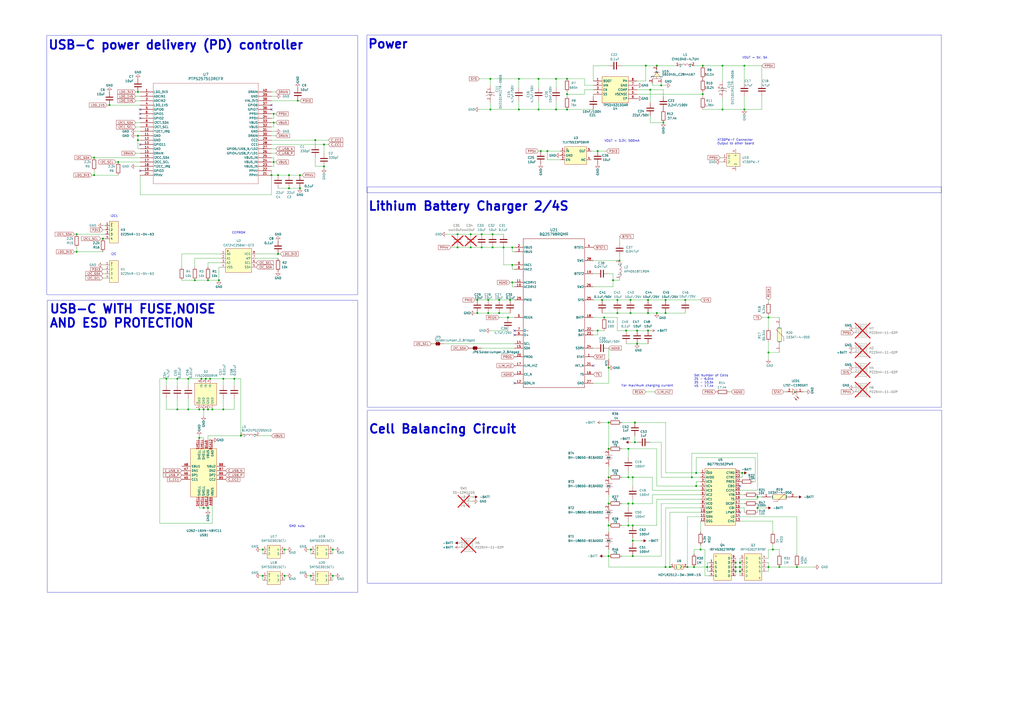
<source format=kicad_sch>
(kicad_sch (version 20231120) (generator "eeschema") (generator_version "8.0")
  (paper "A2")
  (junction (at 116.84 219.71))
  (junction (at 419.1 38.1))
  (junction (at 109.22 237.49))
  (junction (at 284.48 63.5))
  (junction (at 368.3 256.54))
  (junction (at 401.32 276.86))
  (junction (at 109.22 219.71))
  (junction (at 161.29 101.6))
  (junction (at 365.76 173.99))
  (junction (at 54.61 91.44))
  (junction (at 152.4 318.77))
  (junction (at 363.22 191.77))
  (junction (at 388.62 328.93))
  (junction (at 265.43 143.51))
  (junction (at 364.49 292.1))
  (junction (at 377.19 52.07))
  (junction (at 346.71 191.77))
  (junction (at 295.91 173.99))
  (junction (at 115.57 254))
  (junction (at 364.49 260.35))
  (junction (at 367.03 276.86))
  (junction (at 285.75 143.51))
  (junction (at 120.65 237.49))
  (junction (at 102.87 219.71))
  (junction (at 300.99 45.72))
  (junction (at 96.52 219.71))
  (junction (at 462.28 328.93))
  (junction (at 359.41 151.13))
  (junction (at 386.08 173.99))
  (junction (at 297.18 163.83))
  (junction (at 265.43 135.89))
  (junction (at 353.06 292.1))
  (junction (at 283.21 181.61))
  (junction (at 375.92 173.99))
  (junction (at 80.01 53.34))
  (junction (at 180.34 318.77))
  (junction (at 384.81 71.12))
  (junction (at 406.4 318.77))
  (junction (at 426.72 331.47))
  (junction (at 54.61 101.6))
  (junction (at 398.78 328.93))
  (junction (at 167.64 109.22))
  (junction (at 386.08 181.61))
  (junction (at 167.64 101.6))
  (junction (at 365.76 181.61))
  (junction (at 173.99 109.22))
  (junction (at 353.06 276.86))
  (junction (at 364.49 304.8))
  (junction (at 322.58 63.5))
  (junction (at 193.04 318.77))
  (junction (at 284.48 45.72))
  (junction (at 113.03 162.56))
  (junction (at 273.05 135.89))
  (junction (at 68.58 93.98))
  (junction (at 448.31 318.77))
  (junction (at 119.38 219.71))
  (junction (at 374.65 38.1))
  (junction (at 182.88 81.28))
  (junction (at 328.93 54.61))
  (junction (at 368.3 245.11))
  (junction (at 403.86 281.94))
  (junction (at 297.18 153.67))
  (junction (at 129.54 219.71))
  (junction (at 350.52 184.15))
  (junction (at 165.1 334.01))
  (junction (at 431.8 38.1))
  (junction (at 397.51 173.99))
  (junction (at 328.93 45.72))
  (junction (at 158.75 66.04))
  (junction (at 115.57 237.49))
  (junction (at 187.96 96.52))
  (junction (at 127 162.56))
  (junction (at 139.7 252.73))
  (junction (at 283.21 173.99))
  (junction (at 129.54 237.49))
  (junction (at 353.06 260.35))
  (junction (at 120.65 162.56))
  (junction (at 118.11 237.49))
  (junction (at 80.01 81.28))
  (junction (at 44.45 135.89))
  (junction (at 123.19 237.49))
  (junction (at 353.06 213.36))
  (junction (at 292.1 143.51))
  (junction (at 279.4 135.89))
  (junction (at 152.4 334.01))
  (junction (at 439.42 294.64))
  (junction (at 419.1 63.5))
  (junction (at 322.58 45.72))
  (junction (at 173.99 101.6))
  (junction (at 300.99 63.5))
  (junction (at 313.69 87.63))
  (junction (at 402.59 328.93))
  (junction (at 157.48 101.6))
  (junction (at 367.03 292.1))
  (junction (at 426.72 326.39))
  (junction (at 429.26 326.39))
  (junction (at 63.5 60.96))
  (junction (at 294.64 184.15))
  (junction (at 369.57 199.39))
  (junction (at 386.08 328.93))
  (junction (at 358.14 181.61))
  (junction (at 410.21 328.93))
  (junction (at 80.01 78.74))
  (junction (at 429.26 328.93))
  (junction (at 59.69 138.43))
  (junction (at 328.93 63.5))
  (junction (at 355.6 162.56))
  (junction (at 429.26 331.47))
  (junction (at 135.89 219.71))
  (junction (at 193.04 334.01))
  (junction (at 349.25 173.99))
  (junction (at 358.14 173.99))
  (junction (at 102.87 237.49))
  (junction (at 369.57 191.77))
  (junction (at 381 181.61))
  (junction (at 445.77 328.93))
  (junction (at 312.42 45.72))
  (junction (at 165.1 318.77))
  (junction (at 312.42 63.5))
  (junction (at 403.86 274.32))
  (junction (at 452.12 328.93))
  (junction (at 346.71 87.63))
  (junction (at 426.72 328.93))
  (junction (at 285.75 135.89))
  (junction (at 289.56 181.61))
  (junction (at 367.03 322.58))
  (junction (at 375.92 191.77))
  (junction (at 439.42 288.29))
  (junction (at 289.56 173.99))
  (junction (at 445.77 204.47))
  (junction (at 118.11 294.64))
  (junction (at 407.67 54.61))
  (junction (at 430.53 274.32))
  (junction (at 158.75 71.12))
  (junction (at 375.92 181.61))
  (junction (at 367.03 313.69))
  (junction (at 187.96 83.82))
  (junction (at 407.67 38.1))
  (junction (at 317.5 87.63))
  (junction (at 383.54 49.53))
  (junction (at 445.77 184.15))
  (junction (at 431.8 63.5))
  (junction (at 353.06 304.8))
  (junction (at 158.75 93.98))
  (junction (at 353.06 322.58))
  (junction (at 276.86 181.61))
  (junction (at 161.29 147.32))
  (junction (at 44.45 146.05))
  (junction (at 364.49 276.86))
  (junction (at 180.34 334.01))
  (junction (at 276.86 173.99))
  (junction (at 367.03 304.8))
  (junction (at 273.05 143.51))
  (junction (at 172.72 58.42))
  (junction (at 381 38.1))
  (junction (at 120.65 294.64))
  (junction (at 353.06 245.11))
  (junction (at 297.18 143.51))
  (junction (at 279.4 143.51))
  (junction (at 121.92 219.71))
  (no_connect (at 344.17 212.09))
  (no_connect (at 81.28 83.82))
  (no_connect (at 157.48 63.5))
  (no_connect (at 298.45 191.77))
  (no_connect (at 81.28 99.06))
  (no_connect (at 81.28 68.58))
  (no_connect (at 298.45 222.25))
  (no_connect (at 81.28 63.5))
  (no_connect (at 298.45 194.31))
  (no_connect (at 429.26 281.94))
  (no_connect (at 429.26 297.18))
  (no_connect (at 81.28 66.04))
  (no_connect (at 157.48 60.96))
  (wire (pts (xy 105.41 147.32) (xy 105.41 154.94)))
  (wire (pts (xy 67.31 93.98) (xy 68.58 93.98)))
  (wire (pts (xy 157.48 68.58) (xy 158.75 68.58)))
  (wire (pts (xy 360.68 245.11) (xy 368.3 245.11)))
  (wire (pts (xy 411.48 331.47) (xy 410.21 331.47)))
  (wire (pts (xy 410.21 331.47) (xy 410.21 328.93)))
  (wire (pts (xy 374.65 38.1) (xy 374.65 46.99)))
  (wire (pts (xy 429.26 328.93) (xy 429.26 331.47)))
  (wire (pts (xy 123.19 237.49) (xy 129.54 237.49)))
  (wire (pts (xy 157.48 83.82) (xy 187.96 83.82)))
  (wire (pts (xy 283.21 173.99) (xy 276.86 173.99)))
  (wire (pts (xy 292.1 153.67) (xy 297.18 153.67)))
  (wire (pts (xy 402.59 318.77) (xy 402.59 321.31)))
  (wire (pts (xy 160.02 88.9) (xy 157.48 88.9)))
  (wire (pts (xy 419.1 57.15) (xy 419.1 63.5)))
  (wire (pts (xy 328.93 63.5) (xy 344.17 63.5)))
  (wire (pts (xy 284.48 191.77) (xy 294.64 191.77)))
  (wire (pts (xy 419.1 38.1) (xy 419.1 46.99)))
  (wire (pts (xy 292.1 143.51) (xy 297.18 143.51)))
  (wire (pts (xy 165.1 318.77) (xy 165.1 321.31)))
  (wire (pts (xy 259.08 135.89) (xy 265.43 135.89)))
  (wire (pts (xy 448.31 308.61) (xy 448.31 302.26)))
  (wire (pts (xy 78.74 76.2) (xy 81.28 76.2)))
  (wire (pts (xy 406.4 289.56) (xy 381 289.56)))
  (wire (pts (xy 438.15 279.4) (xy 438.15 265.43)))
  (wire (pts (xy 431.8 55.88) (xy 431.8 63.5)))
  (wire (pts (xy 157.48 113.03) (xy 157.48 101.6)))
  (wire (pts (xy 53.34 91.44) (xy 54.61 91.44)))
  (wire (pts (xy 187.96 83.82) (xy 190.5 83.82)))
  (wire (pts (xy 431.8 294.64) (xy 429.26 294.64)))
  (wire (pts (xy 375.92 173.99) (xy 386.08 173.99)))
  (wire (pts (xy 119.38 219.71) (xy 116.84 219.71)))
  (wire (pts (xy 139.7 219.71) (xy 139.7 252.73)))
  (wire (pts (xy 123.19 237.49) (xy 120.65 237.49)))
  (wire (pts (xy 364.49 292.1) (xy 364.49 294.64)))
  (wire (pts (xy 92.71 303.53) (xy 92.71 219.71)))
  (wire (pts (xy 351.79 87.63) (xy 346.71 87.63)))
  (wire (pts (xy 350.52 184.15) (xy 358.14 184.15)))
  (wire (pts (xy 441.96 288.29) (xy 439.42 288.29)))
  (wire (pts (xy 44.45 146.05) (xy 59.69 146.05)))
  (wire (pts (xy 157.48 73.66) (xy 158.75 73.66)))
  (wire (pts (xy 377.19 256.54) (xy 383.54 256.54)))
  (wire (pts (xy 160.02 53.34) (xy 157.48 53.34)))
  (wire (pts (xy 431.8 297.18) (xy 431.8 294.64)))
  (wire (pts (xy 429.26 292.1) (xy 431.8 292.1)))
  (wire (pts (xy 265.43 143.51) (xy 273.05 143.51)))
  (wire (pts (xy 80.01 53.34) (xy 81.28 53.34)))
  (wire (pts (xy 284.48 63.5) (xy 300.99 63.5)))
  (wire (pts (xy 445.77 204.47) (xy 445.77 208.28)))
  (wire (pts (xy 344.17 184.15) (xy 350.52 184.15)))
  (wire (pts (xy 135.89 219.71) (xy 139.7 219.71)))
  (wire (pts (xy 78.74 53.34) (xy 80.01 53.34)))
  (wire (pts (xy 462.28 299.72) (xy 462.28 321.31)))
  (wire (pts (xy 295.91 173.99) (xy 289.56 173.99)))
  (wire (pts (xy 284.48 45.72) (xy 284.48 49.53)))
  (wire (pts (xy 411.48 334.01) (xy 408.94 334.01)))
  (wire (pts (xy 135.89 223.52) (xy 135.89 219.71)))
  (wire (pts (xy 355.6 158.75) (xy 355.6 162.56)))
  (wire (pts (xy 439.42 287.02) (xy 439.42 288.29)))
  (wire (pts (xy 180.34 318.77) (xy 180.34 321.31)))
  (wire (pts (xy 187.96 83.82) (xy 187.96 88.9)))
  (wire (pts (xy 58.42 138.43) (xy 59.69 138.43)))
  (wire (pts (xy 441.96 55.88) (xy 441.96 63.5)))
  (wire (pts (xy 383.54 292.1) (xy 383.54 322.58)))
  (wire (pts (xy 375.92 181.61) (xy 381 181.61)))
  (wire (pts (xy 403.86 281.94) (xy 381 281.94)))
  (wire (pts (xy 322.58 45.72) (xy 328.93 45.72)))
  (wire (pts (xy 377.19 52.07) (xy 384.81 52.07)))
  (wire (pts (xy 360.68 38.1) (xy 374.65 38.1)))
  (wire (pts (xy 284.48 45.72) (xy 300.99 45.72)))
  (wire (pts (xy 43.18 135.89) (xy 44.45 135.89)))
  (wire (pts (xy 401.32 262.89) (xy 401.32 276.86)))
  (wire (pts (xy 115.57 294.64) (xy 115.57 293.37)))
  (wire (pts (xy 374.65 38.1) (xy 381 38.1)))
  (wire (pts (xy 78.74 88.9) (xy 81.28 88.9)))
  (wire (pts (xy 353.06 322.58) (xy 353.06 328.93)))
  (wire (pts (xy 118.11 254) (xy 118.11 255.27)))
  (wire (pts (xy 151.13 334.01) (xy 152.4 334.01)))
  (wire (pts (xy 59.69 161.29) (xy 60.96 161.29)))
  (wire (pts (xy 172.72 58.42) (xy 173.99 58.42)))
  (wire (pts (xy 81.28 78.74) (xy 80.01 78.74)))
  (wire (pts (xy 193.04 334.01) (xy 194.31 334.01)))
  (wire (pts (xy 120.65 294.64) (xy 120.65 295.91)))
  (wire (pts (xy 59.69 158.75) (xy 60.96 158.75)))
  (wire (pts (xy 151.13 318.77) (xy 152.4 318.77)))
  (wire (pts (xy 158.75 66.04) (xy 160.02 66.04)))
  (wire (pts (xy 81.28 101.6) (xy 81.28 113.03)))
  (wire (pts (xy 294.64 184.15) (xy 298.45 184.15)))
  (wire (pts (xy 161.29 147.32) (xy 148.59 147.32)))
  (wire (pts (xy 182.88 81.28) (xy 182.88 83.82)))
  (wire (pts (xy 182.88 96.52) (xy 187.96 96.52)))
  (wire (pts (xy 158.75 96.52) (xy 157.48 96.52)))
  (wire (pts (xy 381 304.8) (xy 367.03 304.8)))
  (wire (pts (xy 358.14 173.99) (xy 365.76 173.99)))
  (wire (pts (xy 339.09 45.72) (xy 328.93 45.72)))
  (wire (pts (xy 429.26 331.47) (xy 429.26 334.01)))
  (wire (pts (xy 353.06 222.25) (xy 353.06 213.36)))
  (wire (pts (xy 63.5 60.96) (xy 81.28 60.96)))
  (wire (pts (xy 445.77 328.93) (xy 452.12 328.93)))
  (wire (pts (xy 96.52 237.49) (xy 102.87 237.49)))
  (wire (pts (xy 368.3 256.54) (xy 368.3 252.73)))
  (wire (pts (xy 92.71 219.71) (xy 96.52 219.71)))
  (wire (pts (xy 367.03 276.86) (xy 364.49 276.86)))
  (wire (pts (xy 283.21 181.61) (xy 276.86 181.61)))
  (wire (pts (xy 439.42 288.29) (xy 439.42 289.56)))
  (wire (pts (xy 322.58 58.42) (xy 322.58 63.5)))
  (wire (pts (xy 182.88 91.44) (xy 182.88 96.52)))
  (wire (pts (xy 445.77 326.39) (xy 445.77 328.93)))
  (wire (pts (xy 193.04 318.77) (xy 193.04 321.31)))
  (wire (pts (xy 297.18 163.83) (xy 298.45 163.83)))
  (wire (pts (xy 439.42 289.56) (xy 429.26 289.56)))
  (wire (pts (xy 158.75 66.04) (xy 157.48 66.04)))
  (wire (pts (xy 312.42 45.72) (xy 322.58 45.72)))
  (wire (pts (xy 386.08 173.99) (xy 397.51 173.99)))
  (wire (pts (xy 406.4 281.94) (xy 403.86 281.94)))
  (wire (pts (xy 322.58 45.72) (xy 322.58 50.8)))
  (wire (pts (xy 431.8 63.5) (xy 441.96 63.5)))
  (wire (pts (xy 317.5 92.71) (xy 317.5 87.63)))
  (wire (pts (xy 454.66 227.33) (xy 455.93 227.33)))
  (wire (pts (xy 401.32 276.86) (xy 406.4 276.86)))
  (wire (pts (xy 161.29 109.22) (xy 167.64 109.22)))
  (wire (pts (xy 367.03 322.58) (xy 360.68 322.58)))
  (wire (pts (xy 129.54 231.14) (xy 129.54 237.49)))
  (wire (pts (xy 406.4 294.64) (xy 386.08 294.64)))
  (wire (pts (xy 157.48 99.06) (xy 157.48 101.6)))
  (wire (pts (xy 369.57 191.77) (xy 375.92 191.77)))
  (wire (pts (xy 439.42 284.48) (xy 439.42 262.89)))
  (wire (pts (xy 360.68 260.35) (xy 364.49 260.35)))
  (wire (pts (xy 448.31 318.77) (xy 445.77 318.77)))
  (wire (pts (xy 383.54 49.53) (xy 383.54 48.26)))
  (wire (pts (xy 317.5 87.63) (xy 325.12 87.63)))
  (wire (pts (xy 128.27 154.94) (xy 127 154.94)))
  (wire (pts (xy 44.45 143.51) (xy 44.45 146.05)))
  (wire (pts (xy 102.87 237.49) (xy 109.22 237.49)))
  (wire (pts (xy 344.17 52.07) (xy 339.09 52.07)))
  (wire (pts (xy 353.06 245.11) (xy 353.06 260.35)))
  (wire (pts (xy 349.25 173.99) (xy 358.14 173.99)))
  (wire (pts (xy 109.22 219.71) (xy 109.22 223.52)))
  (wire (pts (xy 349.25 245.11) (xy 353.06 245.11)))
  (wire (pts (xy 431.8 38.1) (xy 431.8 48.26)))
  (wire (pts (xy 403.86 274.32) (xy 386.08 274.32)))
  (wire (pts (xy 417.83 93.98) (xy 419.1 93.98)))
  (wire (pts (xy 407.67 63.5) (xy 419.1 63.5)))
  (wire (pts (xy 411.48 326.39) (xy 410.21 326.39)))
  (wire (pts (xy 187.96 97.79) (xy 187.96 96.52)))
  (wire (pts (xy 426.72 326.39) (xy 426.72 328.93)))
  (wire (pts (xy 378.46 284.48) (xy 378.46 276.86)))
  (wire (pts (xy 448.31 302.26) (xy 429.26 302.26)))
  (wire (pts (xy 359.41 148.59) (xy 359.41 151.13)))
  (wire (pts (xy 444.5 331.47) (xy 445.77 331.47)))
  (wire (pts (xy 120.65 252.73) (xy 139.7 252.73)))
  (wire (pts (xy 54.61 101.6) (xy 68.58 101.6)))
  (wire (pts (xy 339.09 54.61) (xy 328.93 54.61)))
  (wire (pts (xy 494.03 215.9) (xy 495.3 215.9)))
  (wire (pts (xy 359.41 162.56) (xy 359.41 161.29)))
  (wire (pts (xy 158.75 71.12) (xy 157.48 71.12)))
  (wire (pts (xy 363.22 199.39) (xy 369.57 199.39)))
  (wire (pts (xy 162.56 147.32) (xy 161.29 147.32)))
  (wire (pts (xy 378.46 292.1) (xy 367.03 292.1)))
  (wire (pts (xy 359.41 137.16) (xy 359.41 140.97)))
  (wire (pts (xy 364.49 276.86) (xy 360.68 276.86)))
  (wire (pts (xy 381 38.1) (xy 392.43 38.1)))
  (wire (pts (xy 406.4 297.18) (xy 388.62 297.18)))
  (wire (pts (xy 160.02 76.2) (xy 157.48 76.2)))
  (wire (pts (xy 367.03 289.56) (xy 367.03 292.1)))
  (wire (pts (xy 445.77 182.88) (xy 445.77 184.15)))
  (wire (pts (xy 346.71 191.77) (xy 350.52 191.77)))
  (wire (pts (xy 300.99 58.42) (xy 300.99 63.5)))
  (wire (pts (xy 363.22 191.77) (xy 369.57 191.77)))
  (wire (pts (xy 325.12 92.71) (xy 317.5 92.71)))
  (wire (pts (xy 419.1 38.1) (xy 431.8 38.1)))
  (wire (pts (xy 462.28 328.93) (xy 472.44 328.93)))
  (wire (pts (xy 158.75 93.98) (xy 160.02 93.98)))
  (wire (pts (xy 367.03 292.1) (xy 364.49 292.1)))
  (wire (pts (xy 383.54 276.86) (xy 383.54 256.54)))
  (wire (pts (xy 429.26 326.39) (xy 429.26 328.93)))
  (wire (pts (xy 297.18 143.51) (xy 298.45 143.51)))
  (wire (pts (xy 386.08 245.11) (xy 368.3 245.11)))
  (wire (pts (xy 265.43 135.89) (xy 273.05 135.89)))
  (wire (pts (xy 157.48 91.44) (xy 158.75 91.44)))
  (wire (pts (xy 406.4 299.72) (xy 398.78 299.72)))
  (wire (pts (xy 59.69 130.81) (xy 60.96 130.81)))
  (wire (pts (xy 123.19 303.53) (xy 123.19 293.37)))
  (wire (pts (xy 129.54 223.52) (xy 129.54 219.71)))
  (wire (pts (xy 279.4 201.93) (xy 298.45 201.93)))
  (wire (pts (xy 128.27 147.32) (xy 105.41 147.32)))
  (wire (pts (xy 353.06 328.93) (xy 386.08 328.93)))
  (wire (pts (xy 364.49 260.35) (xy 364.49 265.43)))
  (wire (pts (xy 367.03 313.69) (xy 372.11 313.69)))
  (wire (pts (xy 410.21 326.39) (xy 410.21 328.93)))
  (wire (pts (xy 403.86 274.32) (xy 406.4 274.32)))
  (wire (pts (xy 364.49 292.1) (xy 360.68 292.1)))
  (wire (pts (xy 289.56 181.61) (xy 283.21 181.61)))
  (wire (pts (xy 445.77 204.47) (xy 445.77 198.12)))
  (wire (pts (xy 123.19 303.53) (xy 92.71 303.53)))
  (wire (pts (xy 377.19 71.12) (xy 384.81 71.12)))
  (wire (pts (xy 322.58 63.5) (xy 328.93 63.5)))
  (wire (pts (xy 445.77 173.99) (xy 445.77 175.26)))
  (wire (pts (xy 388.62 297.18) (xy 388.62 328.93)))
  (wire (pts (xy 426.72 331.47) (xy 426.72 334.01)))
  (wire (pts (xy 398.78 299.72) (xy 398.78 328.93)))
  (wire (pts (xy 344.17 49.53) (xy 339.09 49.53)))
  (wire (pts (xy 53.34 101.6) (xy 54.61 101.6)))
  (wire (pts (xy 429.26 287.02) (xy 431.8 287.02)))
  (wire (pts (xy 120.65 152.4) (xy 128.27 152.4)))
  (wire (pts (xy 80.01 78.74) (xy 80.01 81.28)))
  (wire (pts (xy 300.99 45.72) (xy 312.42 45.72)))
  (wire (pts (xy 173.99 101.6) (xy 175.26 101.6)))
  (wire (pts (xy 43.18 146.05) (xy 44.45 146.05)))
  (wire (pts (xy 44.45 135.89) (xy 60.96 135.89)))
  (wire (pts (xy 344.17 46.99) (xy 344.17 38.1)))
  (wire (pts (xy 78.74 96.52) (xy 81.28 96.52)))
  (wire (pts (xy 78.74 78.74) (xy 80.01 78.74)))
  (wire (pts (xy 346.71 87.63) (xy 342.9 87.63)))
  (wire (pts (xy 378.46 48.26) (xy 378.46 49.53)))
  (wire (pts (xy 365.76 181.61) (xy 375.92 181.61)))
  (wire (pts (xy 408.94 318.77) (xy 408.94 334.01)))
  (wire (pts (xy 350.52 322.58) (xy 353.06 322.58)))
  (wire (pts (xy 285.75 135.89) (xy 292.1 135.89)))
  (wire (pts (xy 113.03 149.86) (xy 128.27 149.86)))
  (wire (pts (xy 273.05 143.51) (xy 279.4 143.51)))
  (wire (pts (xy 193.04 318.77) (xy 194.31 318.77)))
  (wire (pts (xy 358.14 191.77) (xy 363.22 191.77)))
  (wire (pts (xy 109.22 231.14) (xy 109.22 237.49)))
  (wire (pts (xy 353.06 302.26) (xy 353.06 304.8)))
  (wire (pts (xy 129.54 237.49) (xy 135.89 237.49)))
  (wire (pts (xy 344.17 158.75) (xy 345.44 158.75)))
  (wire (pts (xy 289.56 184.15) (xy 294.64 184.15)))
  (wire (pts (xy 297.18 153.67) (xy 297.18 156.21)))
  (wire (pts (xy 59.69 138.43) (xy 60.96 138.43)))
  (wire (pts (xy 157.48 252.73) (xy 149.86 252.73)))
  (wire (pts (xy 445.77 204.47) (xy 452.12 204.47)))
  (wire (pts (xy 121.92 219.71) (xy 119.38 219.71)))
  (wire (pts (xy 406.4 292.1) (xy 383.54 292.1)))
  (wire (pts (xy 439.42 262.89) (xy 401.32 262.89)))
  (wire (pts (xy 328.93 53.34) (xy 328.93 54.61)))
  (wire (pts (xy 298.45 166.37) (xy 297.18 166.37)))
  (wire (pts (xy 96.52 223.52) (xy 96.52 219.71)))
  (wire (pts (xy 120.65 294.64) (xy 118.11 294.64)))
  (wire (pts (xy 386.08 274.32) (xy 386.08 245.11)))
  (wire (pts (xy 115.57 254) (xy 118.11 254)))
  (wire (pts (xy 406.4 316.23) (xy 406.4 318.77)))
  (wire (pts (xy 439.42 292.1) (xy 439.42 294.64)))
  (wire (pts (xy 410.21 328.93) (xy 411.48 328.93)))
  (wire (pts (xy 349.25 181.61) (xy 358.14 181.61)))
  (wire (pts (xy 148.59 149.86) (xy 161.29 149.86)))
  (wire (pts (xy 68.58 93.98) (xy 81.28 93.98)))
  (wire (pts (xy 297.18 156.21) (xy 298.45 156.21)))
  (wire (pts (xy 381 289.56) (xy 381 304.8)))
  (wire (pts (xy 276.86 173.99) (xy 275.59 173.99)))
  (wire (pts (xy 386.08 328.93) (xy 388.62 328.93)))
  (wire (pts (xy 445.77 184.15) (xy 452.12 184.15)))
  (wire (pts (xy 161.29 101.6) (xy 167.64 101.6)))
  (wire (pts (xy 167.64 109.22) (xy 173.99 109.22)))
  (wire (pts (xy 102.87 219.71) (xy 102.87 223.52)))
  (wire (pts (xy 96.52 219.71) (xy 102.87 219.71)))
  (wire (pts (xy 279.4 143.51) (xy 285.75 143.51)))
  (wire (pts (xy 398.78 328.93) (xy 402.59 328.93)))
  (wire (pts (xy 167.64 101.6) (xy 173.99 101.6)))
  (wire (pts (xy 59.69 133.35) (xy 60.96 133.35)))
  (wire (pts (xy 369.57 52.07) (xy 377.19 52.07)))
  (wire (pts (xy 452.12 328.93) (xy 462.28 328.93)))
  (wire (pts (xy 397.51 181.61) (xy 386.08 181.61)))
  (wire (pts (xy 368.3 256.54) (xy 369.57 256.54)))
  (wire (pts (xy 365.76 173.99) (xy 375.92 173.99)))
  (wire (pts (xy 289.56 173.99) (xy 283.21 173.99)))
  (wire (pts (xy 430.53 276.86) (xy 430.53 274.32)))
  (wire (pts (xy 121.92 219.71) (xy 129.54 219.71)))
  (wire (pts (xy 445.77 318.77) (xy 445.77 323.85)))
  (wire (pts (xy 439.42 294.64) (xy 444.5 294.64)))
  (wire (pts (xy 441.96 38.1) (xy 441.96 48.26)))
  (wire (pts (xy 273.05 135.89) (xy 279.4 135.89)))
  (wire (pts (xy 127 154.94) (xy 127 162.56)))
  (wire (pts (xy 54.61 91.44) (xy 81.28 91.44)))
  (wire (pts (xy 295.91 163.83) (xy 297.18 163.83)))
  (wire (pts (xy 80.01 86.36) (xy 81.28 86.36)))
  (wire (pts (xy 406.4 318.77) (xy 402.59 318.77)))
  (wire (pts (xy 429.26 276.86) (xy 430.53 276.86)))
  (wire (pts (xy 452.12 321.31) (xy 452.12 318.77)))
  (wire (pts (xy 118.11 241.3) (xy 118.11 237.49)))
  (wire (pts (xy 313.69 87.63) (xy 317.5 87.63)))
  (wire (pts (xy 367.03 313.69) (xy 367.03 314.96)))
  (wire (pts (xy 374.65 227.33) (xy 379.73 227.33)))
  (wire (pts (xy 353.06 270.51) (xy 353.06 276.86)))
  (wire (pts (xy 115.57 252.73) (xy 115.57 254)))
  (wire (pts (xy 158.75 91.44) (xy 158.75 93.98)))
  (wire (pts (xy 448.31 316.23) (xy 448.31 318.77)))
  (wire (pts (xy 401.32 276.86) (xy 383.54 276.86)))
  (wire (pts (xy 445.77 331.47) (xy 445.77 328.93)))
  (wire (pts (xy 160.02 86.36) (xy 157.48 86.36)))
  (wire (pts (xy 386.08 49.53) (xy 383.54 49.53)))
  (wire (pts (xy 358.14 181.61) (xy 365.76 181.61)))
  (wire (pts (xy 158.75 71.12) (xy 160.02 71.12)))
  (wire (pts (xy 378.46 287.02) (xy 378.46 292.1)))
  (wire (pts (xy 358.14 191.77) (xy 358.14 184.15)))
  (wire (pts (xy 444.5 328.93) (xy 445.77 328.93)))
  (wire (pts (xy 261.62 143.51) (xy 265.43 143.51)))
  (wire (pts (xy 353.06 158.75) (xy 355.6 158.75)))
  (wire (pts (xy 375.92 191.77) (xy 377.19 191.77)))
  (wire (pts (xy 355.6 166.37) (xy 355.6 162.56)))
  (wire (pts (xy 364.49 260.35) (xy 381 260.35)))
  (wire (pts (xy 386.08 181.61) (xy 381 181.61)))
  (wire (pts (xy 406.4 279.4) (xy 403.86 279.4)))
  (wire (pts (xy 109.22 219.71) (xy 116.84 219.71)))
  (wire (pts (xy 152.4 318.77) (xy 152.4 321.31)))
  (wire (pts (xy 120.65 293.37) (xy 120.65 294.64)))
  (wire (pts (xy 297.18 153.67) (xy 298.45 153.67)))
  (wire (pts (xy 426.72 328.93) (xy 426.72 331.47)))
  (wire (pts (xy 403.86 265.43) (xy 403.86 274.32)))
  (wire (pts (xy 297.18 166.37) (xy 297.18 163.83)))
  (wire (pts (xy 353.06 208.28) (xy 353.06 201.93)))
  (wire (pts (xy 152.4 334.01) (xy 152.4 336.55)))
  (wire (pts (xy 109.22 237.49) (xy 115.57 237.49)))
  (wire (pts (xy 377.19 52.07) (xy 377.19 59.69)))
  (wire (pts (xy 360.68 304.8) (xy 364.49 304.8)))
  (wire (pts (xy 157.48 81.28) (xy 182.88 81.28)))
  (wire (pts (xy 407.67 54.61) (xy 407.67 55.88)))
  (wire (pts (xy 193.04 334.01) (xy 193.04 336.55)))
  (wire (pts (xy 426.72 323.85) (xy 426.72 326.39)))
  (wire (pts (xy 377.19 67.31) (xy 377.19 71.12)))
  (wire (pts (xy 378.46 276.86) (xy 367.03 276.86)))
  (wire (pts (xy 431.8 38.1) (xy 441.96 38.1)))
  (wire (pts (xy 429.26 284.48) (xy 439.42 284.48)))
  (wire (pts (xy 113.03 154.94) (xy 113.03 149.86)))
  (wire (pts (xy 297.18 146.05) (xy 298.45 146.05)))
  (wire (pts (xy 78.74 71.12) (xy 81.28 71.12)))
  (wire (pts (xy 429.26 323.85) (xy 429.26 326.39)))
  (wire (pts (xy 158.75 73.66) (xy 158.75 71.12)))
  (wire (pts (xy 160.02 55.88) (xy 157.48 55.88)))
  (wire (pts (xy 285.75 143.51) (xy 292.1 143.51)))
  (wire (pts (xy 120.65 255.27) (xy 120.65 252.73)))
  (wire (pts (xy 406.4 308.61) (xy 406.4 302.26)))
  (wire (pts (xy 417.83 91.44) (xy 419.1 91.44)))
  (wire (pts (xy 80.01 81.28) (xy 81.28 81.28)))
  (wire (pts (xy 344.17 166.37) (xy 355.6 166.37)))
  (wire (pts (xy 300.99 50.8) (xy 300.99 45.72)))
  (wire (pts (xy 158.75 93.98) (xy 158.75 96.52)))
  (wire (pts (xy 158.75 68.58) (xy 158.75 66.04)))
  (wire (pts (xy 346.71 191.77) (xy 346.71 194.31)))
  (wire (pts (xy 102.87 231.14) (xy 102.87 237.49)))
  (wire (pts (xy 383.54 322.58) (xy 367.03 322.58)))
  (wire (pts (xy 179.07 318.77) (xy 180.34 318.77)))
  (wire (pts (xy 312.42 45.72) (xy 312.42 50.8)))
  (wire (pts (xy 407.67 38.1) (xy 419.1 38.1)))
  (wire (pts (xy 339.09 49.53) (xy 339.09 45.72)))
  (wire (pts (xy 438.15 265.43) (xy 403.86 265.43)))
  (wire (pts (xy 353.06 304.8) (xy 353.06 308.61)))
  (wire (pts (xy 157.48 58.42) (xy 172.72 58.42)))
  (wire (pts (xy 180.34 334.01) (xy 180.34 336.55)))
  (wire (pts (xy 406.4 318.77) (xy 408.94 318.77)))
  (wire (pts (xy 364.49 304.8) (xy 367.03 304.8)))
  (wire (pts (xy 96.52 231.14) (xy 96.52 237.49)))
  (wire (pts (xy 165.1 318.77) (xy 166.37 318.77)))
  (wire (pts (xy 397.51 173.99) (xy 406.4 173.99)))
  (wire (pts (xy 165.1 334.01) (xy 166.37 334.01)))
  (wire (pts (xy 295.91 181.61) (xy 289.56 181.61)))
  (wire (pts (xy 445.77 184.15) (xy 445.77 190.5)))
  (wire (pts (xy 62.23 60.96) (xy 63.5 60.96)))
  (wire (pts (xy 81.28 113.03) (xy 157.48 113.03)))
  (wire (pts (xy 295.91 173.99) (xy 298.45 173.99)))
  (wire (pts (xy 278.13 45.72) (xy 284.48 45.72)))
  (wire (pts (xy 364.49 273.05) (xy 364.49 276.86)))
  (wire (pts (xy 120.65 237.49) (xy 118.11 237.49)))
  (wire (pts (xy 384.81 52.07) (xy 384.81 55.88)))
  (wire (pts (xy 407.67 53.34) (xy 407.67 54.61)))
  (wire (pts (xy 402.59 328.93) (xy 410.21 328.93)))
  (wire (pts (xy 367.03 312.42) (xy 367.03 313.69)))
  (wire (pts (xy 359.41 151.13) (xy 344.17 151.13)))
  (wire (pts (xy 386.08 294.64) (xy 386.08 328.93)))
  (wire (pts (xy 59.69 153.67) (xy 60.96 153.67)))
  (wire (pts (xy 297.18 143.51) (xy 297.18 146.05)))
  (wire (pts (xy 274.32 288.29) (xy 273.05 288.29)))
  (wire (pts (xy 353.06 322.58) (xy 353.06 318.77)))
  (wire (pts (xy 369.57 199.39) (xy 375.92 199.39)))
  (wire (pts (xy 406.4 284.48) (xy 378.46 284.48)))
  (wire (pts (xy 359.41 162.56) (xy 355.6 162.56)))
  (wire (pts (xy 345.44 201.93) (xy 344.17 201.93)))
  (wire (pts (xy 344.17 191.77) (xy 346.71 191.77)))
  (wire (pts (xy 312.42 58.42) (xy 312.42 63.5)))
  (wire (pts (xy 445.77 323.85) (xy 444.5 323.85)))
  (wire (pts (xy 419.1 63.5) (xy 431.8 63.5)))
  (wire (pts (xy 78.74 73.66) (xy 81.28 73.66)))
  (wire (pts (xy 439.42 294.64) (xy 439.42 297.18)))
  (wire (pts (xy 292.1 153.67) (xy 292.1 143.51)))
  (wire (pts (xy 165.1 334.01) (xy 165.1 336.55)))
  (wire (pts (xy 441.96 184.15) (xy 445.77 184.15)))
  (wire (pts (xy 328.93 54.61) (xy 328.93 55.88)))
  (wire (pts (xy 59.69 156.21) (xy 60.96 156.21)))
  (wire (pts (xy 436.88 279.4) (xy 438.15 279.4)))
  (wire (pts (xy 179.07 334.01) (xy 180.34 334.01)))
  (wire (pts (xy 344.17 173.99) (xy 349.25 173.99)))
  (wire (pts (xy 346.71 194.31) (xy 344.17 194.31)))
  (wire (pts (xy 129.54 219.71) (xy 135.89 219.71)))
  (wire (pts (xy 279.4 135.89) (xy 285.75 135.89)))
  (wire (pts (xy 120.65 154.94) (xy 120.65 152.4)))
  (wire (pts (xy 424.18 227.33) (xy 422.91 227.33)))
  (wire (pts (xy 369.57 54.61) (xy 407.67 54.61)))
  (wire (pts (xy 80.01 81.28) (xy 80.01 86.36)))
  (wire (pts (xy 381 281.94) (xy 381 260.35)))
  (wire (pts (xy 406.4 287.02) (xy 378.46 287.02)))
  (wire (pts (xy 426.72 328.93) (xy 429.26 328.93)))
  (wire (pts (xy 115.57 237.49) (xy 118.11 237.49)))
  (wire (pts (xy 105.41 162.56) (xy 113.03 162.56)))
  (wire (pts (xy 54.61 99.06) (xy 54.61 101.6)))
  (wire (pts (xy 364.49 302.26) (xy 364.49 304.8)))
  (wire (pts (xy 278.13 63.5) (xy 284.48 63.5)))
  (wire (pts (xy 344.17 38.1) (xy 353.06 38.1)))
  (wire (pts (xy 284.48 59.69) (xy 284.48 63.5)))
  (wire (pts (xy 378.46 49.53) (xy 383.54 49.53)))
  (wire (pts (xy 300.99 63.5) (xy 312.42 63.5)))
  (wire (pts (xy 157.48 93.98) (xy 158.75 93.98)))
  (wire (pts (xy 353.06 287.02) (xy 353.06 292.1)))
  (wire (pts (xy 448.31 318.77) (xy 452.12 318.77)))
  (wire (pts (xy 339.09 52.07) (xy 339.09 54.61)))
  (wire (pts (xy 78.74 55.88) (xy 81.28 55.88)))
  (wire (pts (xy 369.57 46.99) (xy 374.65 46.99)))
  (wire (pts (xy 160.02 78.74) (xy 157.48 78.74)))
  (wire (pts (xy 276.86 181.61) (xy 275.59 181.61)))
  (wire (pts (xy 257.81 199.39) (xy 298.45 199.39)))
  (wire (pts (xy 182.88 81.28) (xy 190.5 81.28)))
  (wire (pts (xy 444.5 326.39) (xy 445.77 326.39)))
  (wire (pts (xy 467.36 227.33) (xy 466.09 227.33)))
  (wire (pts (xy 102.87 219.71) (xy 109.22 219.71)))
  (wire (pts (xy 115.57 255.27) (xy 115.57 254)))
  (wire (pts (xy 344.17 55.88) (xy 344.17 54.61)))
  (wire (pts (xy 402.59 38.1) (xy 407.67 38.1)))
  (wire (pts (xy 118.11 294.64) (xy 115.57 294.64)))
  (wire (pts (xy 312.42 63.5) (xy 322.58 63.5)))
  (wire (pts (xy 462.28 299.72) (xy 429.26 299.72)))
  (wire (pts (xy 429.26 274.32) (xy 430.53 274.32)))
  (wire (pts (xy 113.03 162.56) (xy 120.65 162.56)))
  (wire (pts (xy 344.17 222.25) (xy 353.06 222.25)))
  (wire (pts (xy 312.42 87.63) (xy 313.69 87.63)))
  (wire (pts (xy 403.86 279.4) (xy 403.86 281.94)))
  (wire (pts (xy 157.48 101.6) (xy 161.29 101.6)))
  (wire (pts (xy 120.65 162.56) (xy 127 162.56)))
  (wire (pts (xy 78.74 58.42) (xy 81.28 58.42)))
  (wire (pts (xy 367.03 276.86) (xy 367.03 281.94)))
  (wire (pts (xy 274.32 290.83) (xy 273.05 290.83)))
  (wire (pts (xy 368.3 256.54) (xy 365.76 256.54)))
  (wire (pts (xy 118.11 294.64) (xy 118.11 293.37)))
  (wire (pts (xy 135.89 231.14) (xy 135.89 237.49)))
  (rectangle (start 213.106 237.998) (end 546.354 338.328))
  (rectangle (start 27.432 174.244) (end 207.518 343.662))
  (rectangle (start 27.178 20.574) (end 207.518 170.942))
  (rectangle (start 213.106 108.458) (end 546.1 236.22))
  (rectangle (start 212.852 20.32) (end 546.1 111.76))
  (text "Cell Balancing Circuit" (at 213.614 251.968 0) (effects (font (size 5.08 5.08) (thickness 1.016) (bold yes)) (justify left bottom)))
  (text "Lithium Battery Charger 2/4S" (at 213.36 122.682 0) (effects (font (size 5.08 5.08) (thickness 1.016) (bold yes)) (justify left bottom)))
  (text "SMD nuts\n" (at 167.64 306.07 0) (effects (font (size 1.27 1.27)) (justify left bottom)))
  (text "VOUT = 3.3V, 500mA\n" (at 350.52 82.55 0) (effects (font (size 1.27 1.27)) (justify left bottom)))
  (text "XT30PW-F Connector\nOutput to other board" (at 416.052 84.074 0) (effects (font (size 1.27 1.27)) (justify left bottom)))
  (text "USB-C WITH FUSE,NOISE\nAND ESD PROTECTION" (at 28.448 190.5 0) (effects (font (size 5.08 5.08) (thickness 1.016) (bold yes)) (justify left bottom)))
  (text "I2C" (at 64.262 148.336 0) (effects (font (size 1.27 1.27)) (justify left bottom)))
  (text "Power" (at 225.044 25.654 0) (effects (font (size 5.08 5.08) (thickness 1.016) (bold yes))))
  (text "I2C1" (at 64.008 126.238 0) (effects (font (size 1.27 1.27)) (justify left bottom)))
  (text "For maximum charging current" (at 360.426 224.536 0) (effects (font (size 1.27 1.27)) (justify left bottom)))
  (text "USB-C power delivery (PD) controller" (at 27.686 29.21 0) (effects (font (size 5.08 5.08) (thickness 1.016) (bold yes)) (justify left bottom)))
  (text "EEPROM" (at 134.62 135.89 0) (effects (font (size 1.27 1.27)) (justify left bottom)))
  (text "Set Number of Cells\n2S - 6.04k\n3S - 10.5k\n4S - 17.4k" (at 402.59 224.79 0) (effects (font (size 1.27 1.27)) (justify left bottom)))
  (text "VOUT = 5V, 5A\n" (at 430.53 34.29 0) (effects (font (size 1.27 1.27)) (justify left bottom)))
  (global_label "P3V3" (shape input) (at 59.69 133.35 180) (property "Intersheetrefs" "${INTERSHEET_REFS}" (effects (hide yes))))
  (global_label "PPHV" (shape input) (at 261.62 143.51 180) (property "Intersheetrefs" "${INTERSHEET_REFS}" (effects (hide yes))))
  (global_label "PP5V" (shape input) (at 160.02 66.04 0) (property "Intersheetrefs" "${INTERSHEET_REFS}" (effects (hide yes))))
  (global_label "I2C1_SCL" (shape input) (at 78.74 73.66 180) (property "Intersheetrefs" "${INTERSHEET_REFS}" (effects (hide yes))))
  (global_label "I2C_SDA" (shape input) (at 271.78 201.93 180) (property "Intersheetrefs" "${INTERSHEET_REFS}" (effects (hide yes))))
  (global_label "STAT" (shape input) (at 454.66 227.33 180) (property "Intersheetrefs" "${INTERSHEET_REFS}" (effects (hide yes))))
  (global_label "BTST1" (shape input) (at 359.41 137.16 0) (property "Intersheetrefs" "${INTERSHEET_REFS}" (effects (hide yes))))
  (global_label "VBUS" (shape input) (at 160.02 93.98 0) (property "Intersheetrefs" "${INTERSHEET_REFS}" (effects (hide yes))))
  (global_label "C_CC2" (shape input) (at 130.81 278.13 0) (property "Intersheetrefs" "${INTERSHEET_REFS}" (effects (hide yes))))
  (global_label "I2C1_SDA" (shape input) (at 78.74 71.12 180) (property "Intersheetrefs" "${INTERSHEET_REFS}" (effects (hide yes))))
  (global_label "LDO_3V3" (shape input) (at 53.34 101.6 180) (property "Intersheetrefs" "${INTERSHEET_REFS}" (effects (hide yes))))
  (global_label "I2C_SCL" (shape input) (at 59.69 161.29 180) (property "Intersheetrefs" "${INTERSHEET_REFS}" (effects (hide yes))))
  (global_label "PROG" (shape input) (at 298.45 207.01 180) (property "Intersheetrefs" "${INTERSHEET_REFS}" (effects (hide yes))))
  (global_label "C_USB_N" (shape input) (at 130.81 273.05 0) (property "Intersheetrefs" "${INTERSHEET_REFS}" (effects (hide yes))))
  (global_label "C_CC1" (shape input) (at 105.41 278.13 180) (property "Intersheetrefs" "${INTERSHEET_REFS}" (effects (hide yes))))
  (global_label "PP5V" (shape input) (at 495.3 193.04 180) (property "Intersheetrefs" "${INTERSHEET_REFS}" (effects (hide yes))))
  (global_label "I2C_SDA" (shape input) (at 59.69 158.75 180) (property "Intersheetrefs" "${INTERSHEET_REFS}" (effects (hide yes))))
  (global_label "AGND" (shape input) (at 298.45 217.17 180) (property "Intersheetrefs" "${INTERSHEET_REFS}" (effects (hide yes))))
  (global_label "LDO_1V5" (shape input) (at 78.74 55.88 180) (property "Intersheetrefs" "${INTERSHEET_REFS}" (effects (hide yes))))
  (global_label "AGND" (shape input) (at 295.91 163.83 180) (property "Intersheetrefs" "${INTERSHEET_REFS}" (effects (hide yes))))
  (global_label "PPHV" (shape input) (at 175.26 101.6 0) (property "Intersheetrefs" "${INTERSHEET_REFS}" (effects (hide yes))))
  (global_label "PP5V" (shape input) (at 312.42 87.63 180) (property "Intersheetrefs" "${INTERSHEET_REFS}" (effects (hide yes))))
  (global_label "C_USB_P" (shape input) (at 160.02 88.9 0) (property "Intersheetrefs" "${INTERSHEET_REFS}" (effects (hide yes))))
  (global_label "C_USB_P" (shape input) (at 105.41 275.59 180) (property "Intersheetrefs" "${INTERSHEET_REFS}" (effects (hide yes))))
  (global_label "AGND" (shape input) (at 424.18 227.33 0) (property "Intersheetrefs" "${INTERSHEET_REFS}" (effects (hide yes))))
  (global_label "P3V3" (shape input) (at 173.99 58.42 0) (property "Intersheetrefs" "${INTERSHEET_REFS}" (effects (hide yes))))
  (global_label "STAT" (shape input) (at 344.17 207.01 0) (property "Intersheetrefs" "${INTERSHEET_REFS}" (effects (hide yes))))
  (global_label "VBUS" (shape input) (at 157.48 252.73 0) (property "Intersheetrefs" "${INTERSHEET_REFS}" (effects (hide yes))))
  (global_label "DRAIN" (shape input) (at 160.02 53.34 0) (property "Intersheetrefs" "${INTERSHEET_REFS}" (effects (hide yes))))
  (global_label "P3V3" (shape input) (at 59.69 156.21 180) (property "Intersheetrefs" "${INTERSHEET_REFS}" (effects (hide yes))))
  (global_label "C_CC1" (shape input) (at 190.5 83.82 0) (property "Intersheetrefs" "${INTERSHEET_REFS}" (effects (hide yes))))
  (global_label "C_USB_P" (shape input) (at 130.81 275.59 0) (property "Intersheetrefs" "${INTERSHEET_REFS}" (effects (hide yes))))
  (global_label "I2C_SDA" (shape input) (at 148.59 154.94 0) (property "Intersheetrefs" "${INTERSHEET_REFS}" (effects (hide yes))))
  (global_label "PP5V" (shape input) (at 417.83 91.44 180) (property "Intersheetrefs" "${INTERSHEET_REFS}" (effects (hide yes))))
  (global_label "I2C_SCL" (shape input) (at 67.31 93.98 180) (property "Intersheetrefs" "${INTERSHEET_REFS}" (effects (hide yes))))
  (global_label "LDO_3V3" (shape input) (at 43.18 146.05 180) (property "Intersheetrefs" "${INTERSHEET_REFS}" (effects (hide yes))))
  (global_label "I2C_SCL" (shape input) (at 148.59 152.4 0) (property "Intersheetrefs" "${INTERSHEET_REFS}" (effects (hide yes))))
  (global_label "PMID" (shape input) (at 275.59 173.99 180) (property "Intersheetrefs" "${INTERSHEET_REFS}" (effects (hide yes))))
  (global_label "AGND" (shape input) (at 353.06 201.93 0) (property "Intersheetrefs" "${INTERSHEET_REFS}" (effects (hide yes))))
  (global_label "SYS" (shape input) (at 406.4 173.99 0) (property "Intersheetrefs" "${INTERSHEET_REFS}" (effects (hide yes))))
  (global_label "LDO_1V5" (shape input) (at 78.74 58.42 180) (property "Intersheetrefs" "${INTERSHEET_REFS}" (effects (hide yes))))
  (global_label "PP5V" (shape input) (at 441.96 38.1 0) (property "Intersheetrefs" "${INTERSHEET_REFS}" (effects (hide yes))))
  (global_label "I2C1_SDA" (shape input) (at 43.18 135.89 180) (property "Intersheetrefs" "${INTERSHEET_REFS}" (effects (hide yes))))
  (global_label "PPHV" (shape input) (at 495.3 227.33 180) (property "Intersheetrefs" "${INTERSHEET_REFS}" (effects (hide yes))))
  (global_label "I2C_SCL" (shape input) (at 250.19 199.39 180) (property "Intersheetrefs" "${INTERSHEET_REFS}" (effects (hide yes))))
  (global_label "DRAIN" (shape input) (at 78.74 88.9 180) (property "Intersheetrefs" "${INTERSHEET_REFS}" (effects (hide yes))))
  (global_label "TS" (shape input) (at 441.96 184.15 180) (property "Intersheetrefs" "${INTERSHEET_REFS}" (effects (hide yes))))
  (global_label "P3V3" (shape input) (at 351.79 87.63 0) (property "Intersheetrefs" "${INTERSHEET_REFS}" (effects (hide yes))))
  (global_label "TS" (shape input) (at 344.17 217.17 0) (property "Intersheetrefs" "${INTERSHEET_REFS}" (effects (hide yes))))
  (global_label "SYS" (shape input) (at 278.13 45.72 180) (property "Intersheetrefs" "${INTERSHEET_REFS}" (effects (hide yes))))
  (global_label "LDO_3V3" (shape input) (at 78.74 53.34 180) (property "Intersheetrefs" "${INTERSHEET_REFS}" (effects (hide yes))))
  (global_label "C_USB_N" (shape input) (at 105.41 273.05 180) (property "Intersheetrefs" "${INTERSHEET_REFS}" (effects (hide yes))))
  (global_label "SYS" (shape input) (at 494.03 215.9 180) (property "Intersheetrefs" "${INTERSHEET_REFS}" (effects (hide yes))))
  (global_label "DRAIN" (shape input) (at 160.02 78.74 0) (property "Intersheetrefs" "${INTERSHEET_REFS}" (effects (hide yes))))
  (global_label "ILIM_HIZ" (shape input) (at 379.73 227.33 0) (property "Intersheetrefs" "${INTERSHEET_REFS}" (effects (hide yes))))
  (global_label "VBUS" (shape input) (at 160.02 71.12 0) (property "Intersheetrefs" "${INTERSHEET_REFS}" (effects (hide yes))))
  (global_label "REGN" (shape input) (at 445.77 173.99 90) (property "Intersheetrefs" "${INTERSHEET_REFS}" (effects (hide yes))))
  (global_label "I2C1_SCL" (shape input) (at 58.42 138.43 180) (property "Intersheetrefs" "${INTERSHEET_REFS}" (effects (hide yes))))
  (global_label "LDO_1V5" (shape input) (at 62.23 60.96 180) (property "Intersheetrefs" "${INTERSHEET_REFS}" (effects (hide yes))))
  (global_label "C_USB_N" (shape input) (at 160.02 86.36 0) (property "Intersheetrefs" "${INTERSHEET_REFS}" (effects (hide yes))))
  (global_label "ILIM_HIZ" (shape input) (at 298.45 212.09 180) (property "Intersheetrefs" "${INTERSHEET_REFS}" (effects (hide yes))))
  (global_label "I2C_SDA" (shape input) (at 53.34 91.44 180) (property "Intersheetrefs" "${INTERSHEET_REFS}" (effects (hide yes))))
  (global_label "REGN" (shape input) (at 374.65 227.33 180) (property "Intersheetrefs" "${INTERSHEET_REFS}" (effects (hide yes))))
  (global_label "REGN" (shape input) (at 289.56 184.15 180) (property "Intersheetrefs" "${INTERSHEET_REFS}" (effects (hide yes))))
  (global_label "BTST1" (shape input) (at 344.17 143.51 0) (property "Intersheetrefs" "${INTERSHEET_REFS}" (effects (hide yes))))
  (global_label "LDO_3V3" (shape input) (at 162.56 147.32 0) (property "Intersheetrefs" "${INTERSHEET_REFS}" (effects (hide yes))))
  (global_label "PROG" (shape input) (at 415.29 227.33 180) (property "Intersheetrefs" "${INTERSHEET_REFS}" (effects (hide yes))))
  (global_label "C_CC2" (shape input) (at 190.5 81.28 0) (property "Intersheetrefs" "${INTERSHEET_REFS}" (effects (hide yes))))
  (symbol (lib_id "Device:C") (at 300.99 54.61 0) (unit 1)
    (property "Reference" "C15" (at 295.148 56.642 90) (effects (justify left)))
    (property "Value" "4.7uF/50V" (at 297.18 59.69 90) (effects (justify left)))
    (property "Footprint" "Capacitor_SMD:C_0805_2012Metric_Pad1.18x1.45mm_HandSolder" (effects (hide yes)))
    (property "LCSC Part" "C2991173 " (effects (hide yes)))
  )
  (symbol (lib_id "Device:R") (at 435.61 292.1 270) (unit 1)
    (property "Reference" "R47" (at 441.96 291.592 90))
    (property "Value" "100k" (at 441.96 293.116 90))
    (property "Footprint" "Resistor_SMD:R_0603_1608Metric_Pad0.98x0.95mm_HandSolder" (effects (hide yes)))
    (property "Description" "Resistor" (effects (hide yes)))
  )
  (symbol (lib_id "power:GND") (at 151.13 318.77 270) (mirror x) (unit 1)
    (property "Reference" "#PWR050" (effects (hide yes)))
    (property "Value" "GND" (at 149.86 316.992 90) (effects (justify right)))
  )
  (symbol (lib_id "Device:C") (at 344.17 59.69 0) (unit 1)
    (property "Reference" "C21" (at 341.884 66.802 0) (effects (justify left)))
    (property "Value" "10nF/100V" (at 337.82 64.77 0) (effects (justify left)))
    (property "Footprint" "Capacitor_SMD:C_0603_1608Metric_Pad1.08x0.95mm_HandSolder" (effects (hide yes)))
  )
  (symbol (lib_id "easyeda2kicad:OVZ101M1CTR-0606") (at 419.1 52.07 0) (unit 1)
    (property "Reference" "C10" (at 422.91 51.0539 90) (effects (justify left)))
    (property "Value" "OVZ101M1CTR-0606" (at 424.942 60.706 90) (effects (justify left)))
    (property "Footprint" "easyeda2kicad:CAP-SMD_BD6.3-L6.6-W6.6-FD-A" (effects (hide yes)))
    (property "Datasheet" "https://lcsc.com/product-detail/Solid-Polymer-Electrolytic-Capacitor_100uF-16V_C134878.html" (effects (hide yes)))
    (property "LCSC Part" "C134878" (effects (hide yes)))
  )
  (symbol (lib_id "power:GND") (at 78.74 76.2 270) (unit 1)
    (property "Reference" "#PWR09" (effects (hide yes)))
    (property "Value" "GND" (at 74.93 76.2 90) (effects (justify right)))
  )
  (symbol (lib_id "Jumper:SolderJumper_2_Bridged") (at 275.59 201.93 0) (unit 1) (exclude_from_sim yes) (in_bom no)
    (property "Reference" "JP6" (at 275.844 204.216 0))
    (property "Value" "SolderJumper_2_Bridged" (at 289.56 204.216 0))
    (property "Footprint" "Jumper:SolderJumper-2_P1.3mm_Bridged_RoundedPad1.0x1.5mm" (effects (hide yes)))
    (property "Description" "Solder Jumper, 2-pole, closed/bridged" (effects (hide yes)))
  )
  (symbol (lib_id "power:GND") (at 63.5 53.34 180) (unit 1)
    (property "Reference" "#PWR06" (effects (hide yes)))
    (property "Value" "GND" (at 63.5 49.53 0))
  )
  (symbol (lib_id "Device:C") (at 276.86 177.8 0) (unit 1)
    (property "Reference" "C29" (at 275.082 170.942 0) (effects (justify left)))
    (property "Value" "10uF" (at 275.336 172.72 0) (effects (justify left)))
    (property "Footprint" "Capacitor_SMD:C_0603_1608Metric_Pad1.08x0.95mm_HandSolder" (effects (hide yes)))
  )
  (symbol (lib_id "power:GND") (at 160.02 76.2 90) (unit 1)
    (property "Reference" "#PWR03" (effects (hide yes)))
    (property "Value" "GND" (at 163.83 76.2 90) (effects (justify right)))
  )
  (symbol (lib_id "Device:C") (at 182.88 87.63 0) (unit 1)
    (property "Reference" "C1" (at 173.99 85.09 0) (effects (justify left)))
    (property "Value" "330pF" (at 173.99 87.63 0) (effects (justify left)))
    (property "Footprint" "Capacitor_SMD:C_0603_1608Metric_Pad1.08x0.95mm_HandSolder" (effects (hide yes)))
  )
  (symbol (lib_id "power:GND") (at 172.72 50.8 180) (unit 1)
    (property "Reference" "#PWR013" (effects (hide yes)))
    (property "Value" "GND" (at 172.72 48.26 90) (effects (justify right)))
  )
  (symbol (lib_id "power:-BATT") (at 444.5 294.64 270) (unit 1)
    (property "Reference" "#PWR069" (effects (hide yes)))
    (property "Value" "-BATT" (at 448.31 294.6399 90) (effects (justify left)))
    (property "Description" "Power symbol creates a global label with name \"-BATT\"" (effects (hide yes)))
  )
  (symbol (lib_id "easyeda2kicad:BH-18650-B1BA002") (at 353.06 297.18 270) (unit 1)
    (property "Reference" "BT2" (at 329.438 294.64 90) (effects (justify left)))
    (property "Value" "BH-18650-B1BA002" (at 329.438 297.18 90) (effects (justify left)))
    (property "Footprint" "easyeda2kicad:BATTERY-SMD_18650-1S-L77.1-W20.7-1" (effects (hide yes)))
    (property "LCSC Part" "C2988620" (effects (hide yes)))
  )
  (symbol (lib_id "power:GND") (at 325.12 90.17 270) (unit 1)
    (property "Reference" "#PWR024" (effects (hide yes)))
    (property "Value" "GND" (at 322.58 90.17 90) (effects (justify right)))
  )
  (symbol (lib_id "power:GND") (at 78.74 96.52 270) (unit 1)
    (property "Reference" "#PWR08" (effects (hide yes)))
    (property "Value" "GND" (at 74.93 96.52 90) (effects (justify right)))
  )
  (symbol (lib_id "easyeda2kicad:LTST-C190GKT") (at 461.01 229.87 180) (unit 1)
    (property "Reference" "LED1" (at 461.52 220.98 0))
    (property "Value" "LTST-C190GKT" (at 461.52 223.52 0))
    (property "Footprint" "easyeda2kicad:LED0603-RD" (effects (hide yes)))
    (property "Datasheet" "https://lcsc.com/product-detail/Light-Emitting-Diodes-LED_SMD-green_C125093.html" (effects (hide yes)))
    (property "LCSC Part" "C125093" (effects (hide yes)))
  )
  (symbol (lib_id "easyeda2kicad:CYA1040-4.7UH") (at 397.51 38.1 0) (unit 1)
    (property "Reference" "L1" (at 397.51 31.75 0))
    (property "Value" "CYA1040-4.7UH" (at 397.51 34.29 0))
    (property "Footprint" "easyeda2kicad:IND-SMD_L11.6-W10.1" (effects (hide yes)))
    (property "LCSC Part" "C6364675" (effects (hide yes)))
  )
  (symbol (lib_id "easyeda2kicad:BLM21PG220SN1D") (at 144.78 252.73 0) (unit 1)
    (property "Reference" "L3" (at 141.478 247.65 0))
    (property "Value" "BLM21PG220SN1D" (at 148.844 249.682 0))
    (property "Footprint" "easyeda2kicad:L0805" (effects (hide yes)))
    (property "Datasheet" "https://lcsc.com/product-detail/Ferrite-Beads-And-Chips_muRata_BLM21PG220SN1D_22R-25_C88993.html" (effects (hide yes)))
    (property "LCSC Part" "C88993" (effects (hide yes)))
  )
  (symbol (lib_id "Device:C") (at 283.21 177.8 0) (unit 1)
    (property "Reference" "C28" (at 280.924 170.942 0) (effects (justify left)))
    (property "Value" "10uF" (at 280.924 172.72 0) (effects (justify left)))
    (property "Footprint" "Capacitor_SMD:C_0603_1608Metric_Pad1.08x0.95mm_HandSolder" (effects (hide yes)))
  )
  (symbol (lib_id "power:GND") (at 123.19 255.27 90) (mirror x) (unit 1)
    (property "Reference" "#PWR045" (effects (hide yes)))
    (property "Value" "GND" (at 125.73 255.27 90) (effects (justify right)))
  )
  (symbol (lib_id "power:+BATT") (at 266.7 317.5 90) (unit 1)
    (property "Reference" "#PWR048" (effects (hide yes)))
    (property "Value" "+BATT" (at 262.89 317.4999 90) (effects (justify left)))
    (property "Description" "Power symbol creates a global label with name \"+BATT\"" (effects (hide yes)))
  )
  (symbol (lib_id "power:GND") (at 120.65 295.91 0) (mirror y) (unit 1)
    (property "Reference" "#PWR044" (effects (hide yes)))
    (property "Value" "GND" (at 120.65 298.45 90) (effects (justify right)))
  )
  (symbol (lib_id "Device:C") (at 363.22 195.58 180) (unit 1)
    (property "Reference" "C40" (at 364.49 186.69 0) (effects (justify left)))
    (property "Value" "0.1uF" (at 365.76 189.23 0) (effects (justify left)))
    (property "Footprint" "Capacitor_SMD:C_0603_1608Metric_Pad1.08x0.95mm_HandSolder" (effects (hide yes)))
  )
  (symbol (lib_id "Device:R") (at 328.93 59.69 180) (unit 1)
    (property "Reference" "R8" (at 332.74 58.42 0))
    (property "Value" "76k" (at 332.74 60.96 0))
    (property "Footprint" "Resistor_SMD:R_0603_1608Metric_Pad0.98x0.95mm_HandSolder" (effects (hide yes)))
    (property "LCSC Part" "C269519" (effects (hide yes)))
  )
  (symbol (lib_id "easyeda2kicad:SMTSO3015CTJ") (at 158.75 335.28 0) (unit 1)
    (property "Reference" "U18" (at 158.75 326.39 0))
    (property "Value" "SMTSO3015CTJ" (at 158.75 328.93 0))
    (property "Footprint" "easyeda2kicad:SMTSO3030CTJ" (effects (hide yes)))
    (property "LCSC Part" "C2915632" (effects (hide yes)))
  )
  (symbol (lib_id "Device:C") (at 346.71 91.44 180) (unit 1)
    (property "Reference" "C26" (at 353.06 90.17 0) (effects (justify left)))
    (property "Value" "10uF" (at 354.33 92.71 0) (effects (justify left)))
    (property "Footprint" "Capacitor_SMD:C_0603_1608Metric_Pad1.08x0.95mm_HandSolder" (effects (hide yes)))
  )
  (symbol (lib_id "easyeda2kicad:XT30PW-F") (at 424.18 92.71 0) (unit 1)
    (property "Reference" "U10" (at 430.53 91.4399 0) (effects (justify left)))
    (property "Value" "XT30PW-F" (at 430.53 93.9799 0) (effects (justify left)))
    (property "Footprint" "easyeda2kicad:CONN-TH_XT30PW-F-1" (effects (hide yes)))
    (property "LCSC Part" "C2913282" (effects (hide yes)))
  )
  (symbol (lib_id "Device:R") (at 356.87 322.58 90) (unit 1)
    (property "Reference" "R46" (at 356.87 318.77 90))
    (property "Value" "75" (at 356.87 320.548 90))
    (property "Footprint" "Resistor_SMD:R_1206_3216Metric_Pad1.30x1.75mm_HandSolder" (effects (hide yes)))
    (property "Description" "Resistor" (effects (hide yes)))
  )
  (symbol (lib_id "power:GND") (at 386.08 49.53 90) (unit 1)
    (property "Reference" "#PWR021" (effects (hide yes)))
    (property "Value" "GND" (at 385.572 47.244 90) (effects (justify right)))
  )
  (symbol (lib_id "easyeda2kicad:TPS54531DDAR") (at 356.87 52.07 0) (unit 1)
    (property "Reference" "U4" (at 356.87 62.992 0))
    (property "Value" "TPS54531DDAR" (at 357.124 60.96 0))
    (property "Footprint" "easyeda2kicad:SOIC-8_L5.0-W4.0-P1.27-LS6.0-BL-EP2.0" (effects (hide yes)))
    (property "Datasheet" "https://lcsc.com/product-detail/DC-DC-Converters_TI_TPS54531DDAR_TPS54531DDAR_C50605.html" (effects (hide yes)))
    (property "LCSC Part" "C50605" (effects (hide yes)))
  )
  (symbol (lib_id "easyeda2kicad:U262-16XN-4BVC11") (at 118.11 275.59 90) (unit 1)
    (property "Reference" "USB1" (at 118.364 310.388 90))
    (property "Value" "U262-16XN-4BVC11" (at 118.364 307.848 90))
    (property "Footprint" "easyeda2kicad:USB-3.1-SMD_U262-161N-4BVC11" (effects (hide yes)))
    (property "Datasheet" "https://lcsc.com/product-detail/USB-Connectors_XKB-Enterprise-U262-16XN-4BVC11_C319148.html" (effects (hide yes)))
    (property "LCSC Part" "C319148" (effects (hide yes)))
  )
  (symbol (lib_id "Device:C") (at 161.29 143.51 180) (unit 1)
    (property "Reference" "C8" (at 158.75 138.43 0) (effects (justify left)))
    (property "Value" "0.1uF" (at 158.75 140.97 0) (effects (justify left)))
    (property "Footprint" "Capacitor_SMD:C_0603_1608Metric_Pad1.08x0.95mm_HandSolder" (effects (hide yes)))
  )
  (symbol (lib_id "Device:C") (at 173.99 105.41 0) (unit 1)
    (property "Reference" "C5" (at 176.53 110.49 0) (effects (justify left)))
    (property "Value" "0.1uF" (at 176.53 107.95 0) (effects (justify left)))
    (property "Footprint" "Capacitor_SMD:C_0603_1608Metric_Pad1.08x0.95mm_HandSolder" (effects (hide yes)))
  )
  (symbol (lib_id "power:GND") (at 173.99 109.22 0) (unit 1)
    (property "Reference" "#PWR05" (effects (hide yes)))
    (property "Value" "GND" (at 173.99 113.03 0))
  )
  (symbol (lib_id "Device:C") (at 63.5 57.15 180) (unit 1)
    (property "Reference" "C6" (at 60.96 52.07 0) (effects (justify left)))
    (property "Value" "10uF" (at 60.96 54.61 0) (effects (justify left)))
    (property "Footprint" "Capacitor_SMD:C_0603_1608Metric_Pad1.08x0.95mm_HandSolder" (effects (hide yes)))
  )
  (symbol (lib_id "power:GND") (at 495.3 201.93 270) (mirror x) (unit 1)
    (property "Reference" "#PWR018" (effects (hide yes)))
    (property "Value" "GND" (at 494.03 200.152 90) (effects (justify right)))
  )
  (symbol (lib_id "power:GND") (at 166.37 318.77 90) (mirror x) (unit 1)
    (property "Reference" "#PWR051" (effects (hide yes)))
    (property "Value" "GND" (at 167.64 320.548 90) (effects (justify right)))
  )
  (symbol (lib_id "Device:C") (at 349.25 177.8 180) (unit 1)
    (property "Reference" "C41" (at 351.536 169.672 0) (effects (justify left)))
    (property "Value" "0.1uF/50V" (at 354.838 172.212 0) (effects (justify left)))
    (property "Footprint" "Capacitor_SMD:C_0402_1005Metric_Pad0.74x0.62mm_HandSolder" (effects (hide yes)))
  )
  (symbol (lib_id "power:GND") (at 445.77 208.28 0) (mirror y) (unit 1)
    (property "Reference" "#PWR059" (effects (hide yes)))
    (property "Value" "GND" (at 444.5 212.09 0) (effects (justify right)))
  )
  (symbol (lib_id "Device:R") (at 435.61 287.02 90) (unit 1)
    (property "Reference" "R21" (at 441.96 284.226 90))
    (property "Value" "10k" (at 441.706 286.004 90))
    (property "Footprint" "Resistor_SMD:R_0603_1608Metric_Pad0.98x0.95mm_HandSolder" (effects (hide yes)))
    (property "Description" "Resistor" (effects (hide yes)))
  )
  (symbol (lib_id "Device:NetTie_2") (at 353.06 210.82 270) (unit 1) (in_bom no)
    (property "Reference" "NT1" (at 351.79 210.566 0))
    (property "Value" "NetTie_2" (effects (hide yes)))
    (property "Footprint" "Jumper:SolderJumper-2_P1.3mm_Bridged2Bar_Pad1.0x1.5mm" (effects (hide yes)))
  )
  (symbol (lib_id "Device:C") (at 313.69 91.44 0) (unit 1)
    (property "Reference" "C25" (at 306.07 91.44 0) (effects (justify left)))
    (property "Value" "10uF" (at 306.07 93.98 0) (effects (justify left)))
    (property "Footprint" "Capacitor_SMD:C_0603_1608Metric_Pad1.08x0.95mm_HandSolder" (effects (hide yes)))
  )
  (symbol (lib_id "easyeda2kicad:BH-18650-B1BA002") (at 353.06 313.69 270) (unit 1)
    (property "Reference" "BT1" (at 329.438 311.15 90) (effects (justify left)))
    (property "Value" "BH-18650-B1BA002" (at 329.438 313.69 90) (effects (justify left)))
    (property "Footprint" "easyeda2kicad:BATTERY-SMD_18650-1S-L77.1-W20.7-1" (effects (hide yes)))
    (property "LCSC Part" "C2988620" (effects (hide yes)))
  )
  (symbol (lib_id "easyeda2kicad:TVS2200DRVR") (at 119.38 228.6 90) (unit 1)
    (property "Reference" "D2" (at 119.38 215.646 90))
    (property "Value" "TVS2200DRVR" (at 119.634 217.932 90))
    (property "Footprint" "easyeda2kicad:WSON-6_L2.0-W2.0-P0.65-BL-EP" (effects (hide yes)))
    (property "Datasheet" "https://lcsc.com/product-detail/TVS_Texas-Instruments-Texas-Instruments-TVS2200DRVR_C523793.html" (effects (hide yes)))
    (property "LCSC Part" "C523793" (effects (hide yes)))
  )
  (symbol (lib_id "Device:R") (at 384.81 67.31 180) (unit 1)
    (property "Reference" "R12" (at 388.62 66.04 0))
    (property "Value" "37.4k" (at 389.89 68.58 0))
    (property "Footprint" "Resistor_SMD:R_0603_1608Metric_Pad0.98x0.95mm_HandSolder" (effects (hide yes)))
    (property "LCSC Part" "C269519" (effects (hide yes)))
  )
  (symbol (lib_id "power:GND") (at 166.37 334.01 90) (mirror x) (unit 1)
    (property "Reference" "#PWR052" (effects (hide yes)))
    (property "Value" "GND" (at 167.64 335.788 90) (effects (justify right)))
  )
  (symbol (lib_id "Device:C") (at 358.14 177.8 180) (unit 1)
    (property "Reference" "C42" (at 359.918 169.672 0) (effects (justify left)))
    (property "Value" "10uF" (at 360.934 172.212 0) (effects (justify left)))
    (property "Footprint" "Capacitor_SMD:C_0603_1608Metric_Pad1.08x0.95mm_HandSolder" (effects (hide yes)))
  )
  (symbol (lib_id "power:GND") (at 313.69 95.25 0) (unit 1)
    (property "Reference" "#PWR025" (effects (hide yes)))
    (property "Value" "GND" (at 313.69 97.79 90) (effects (justify right)))
  )
  (symbol (lib_id "Device:C") (at 294.64 187.96 180) (unit 1)
    (property "Reference" "C36" (at 294.386 190.5 0) (effects (justify left)))
    (property "Value" "4.7uF/25V" (at 296.926 193.04 0) (effects (justify left)))
    (property "Footprint" "Capacitor_SMD:C_0805_2012Metric_Pad1.18x1.45mm_HandSolder" (effects (hide yes)))
    (property "LCSC Part" "C2991173 " (effects (hide yes)))
  )
  (symbol (lib_id "easyeda2kicad:BH-18650-B1BA002") (at 353.06 265.43 270) (unit 1)
    (property "Reference" "BT4" (at 329.438 262.89 90) (effects (justify left)))
    (property "Value" "BH-18650-B1BA002" (at 329.438 265.43 90) (effects (justify left)))
    (property "Footprint" "easyeda2kicad:BATTERY-SMD_18650-1S-L77.1-W20.7-1" (effects (hide yes)))
    (property "LCSC Part" "C2988620" (effects (hide yes)))
  )
  (symbol (lib_id "easyeda2kicad:BH-18650-B1BA002") (at 353.06 281.94 270) (unit 1)
    (property "Reference" "BT3" (at 329.438 279.4 90) (effects (justify left)))
    (property "Value" "BH-18650-B1BA002" (at 329.438 281.94 90) (effects (justify left)))
    (property "Footprint" "easyeda2kicad:BATTERY-SMD_18650-1S-L77.1-W20.7-1" (effects (hide yes)))
    (property "LCSC Part" "C2988620" (effects (hide yes)))
  )
  (symbol (lib_id "power:GND") (at 467.36 227.33 90) (mirror x) (unit 1)
    (property "Reference" "#PWR034" (effects (hide yes)))
    (property "Value" "GND" (at 471.17 228.6 0) (effects (justify right)))
  )
  (symbol (lib_id "Device:C") (at 135.89 227.33 180) (unit 1)
    (property "Reference" "C58" (at 134.366 213.868 90) (effects (justify left)))
    (property "Value" "0.01uF" (at 136.144 211.328 90) (effects (justify left)))
    (property "Footprint" "Capacitor_SMD:C_0603_1608Metric_Pad1.08x0.95mm_HandSolder" (effects (hide yes)))
  )
  (symbol (lib_id "power:-BATT") (at 430.53 274.32 270) (unit 1)
    (property "Reference" "#PWR070" (effects (hide yes)))
    (property "Value" "-BATT" (at 430.022 272.288 90) (effects (justify left)))
    (property "Description" "Power symbol creates a global label with name \"-BATT\"" (effects (hide yes)))
  )
  (symbol (lib_id "easyeda2kicad:PZ254V-11-02P") (at 500.38 203.2 0) (unit 1) (dnp yes)
    (property "Reference" "H2" (at 504.19 201.9299 0) (effects (justify left)))
    (property "Value" "PZ254V-11-02P" (at 504.19 204.4699 0) (effects (justify left)))
    (property "Footprint" "easyeda2kicad:HDR-TH_2P-P2.54-V-M" (effects (hide yes)))
    (property "Datasheet" "https://lcsc.com/product-detail/New-Arrivals_XFCN-PZ254V-11-02P_C492401.html" (effects (hide yes)))
    (property "LCSC Part" "C492401" (effects (hide yes)))
  )
  (symbol (lib_id "Device:C") (at 322.58 54.61 0) (unit 1)
    (property "Reference" "C20" (at 316.992 56.642 90) (effects (justify left)))
    (property "Value" "10nF/50V" (at 319.278 59.69 90) (effects (justify left)))
    (property "Footprint" "Capacitor_SMD:C_0603_1608Metric_Pad1.08x0.95mm_HandSolder" (effects (hide yes)))
  )
  (symbol (lib_id "power:GND") (at 127 162.56 0) (unit 1)
    (property "Reference" "#PWR011" (effects (hide yes)))
    (property "Value" "GND" (at 127 166.37 0))
  )
  (symbol (lib_id "easyeda2kicad:103AT-4-050") (at 452.12 194.31 90) (unit 1)
    (property "Reference" "R20" (at 455.93 193.0399 90) (effects (justify right)))
    (property "Value" "103AT-4-050" (at 455.93 195.5799 90) (effects (justify right)))
    (property "Footprint" "easyeda2kicad:RES-TH_L2.5-W2.5-P1.70-D0.3" (effects (hide yes)))
    (property "Datasheet" "https://lcsc.com/product-detail/NTC-Thermistors_SEMITEC_103AT-4-050_SEMITEC-103AT-4-050_C497233.html" (effects (hide yes)))
    (property "LCSC Part" "C497233" (effects (hide yes)))
  )
  (symbol (lib_id "easyeda2kicad:PZ254V-11-02P") (at 500.38 214.63 0) (unit 1) (dnp yes)
    (property "Reference" "H4" (at 504.19 213.3599 0) (effects (justify left)))
    (property "Value" "PZ254V-11-02P" (at 504.19 215.8999 0) (effects (justify left)))
    (property "Footprint" "easyeda2kicad:HDR-TH_2P-P2.54-V-M" (effects (hide yes)))
    (property "Datasheet" "https://lcsc.com/product-detail/New-Arrivals_XFCN-PZ254V-11-02P_C492401.html" (effects (hide yes)))
    (property "LCSC Part" "C492401" (effects (hide yes)))
  )
  (symbol (lib_id "power:GND") (at 369.57 199.39 0) (mirror y) (unit 1)
    (property "Reference" "#PWR033" (effects (hide yes)))
    (property "Value" "GND" (at 368.3 203.2 0) (effects (justify right)))
  )
  (symbol (lib_id "Device:R") (at 120.65 158.75 0) (unit 1)
    (property "Reference" "R1" (at 124.46 157.48 0))
    (property "Value" "10k" (at 124.46 160.02 0))
    (property "Footprint" "Resistor_SMD:R_0603_1608Metric_Pad0.98x0.95mm_HandSolder" (effects (hide yes)))
  )
  (symbol (lib_id "Device:C") (at 167.64 105.41 0) (unit 1)
    (property "Reference" "C3" (at 166.37 114.3 0) (effects (justify left)))
    (property "Value" "22uF" (at 166.37 111.76 0) (effects (justify left)))
    (property "Footprint" "Capacitor_SMD:C_0805_2012Metric_Pad1.18x1.45mm_HandSolder" (effects (hide yes)))
  )
  (symbol (lib_id "Device:C") (at 187.96 92.71 0) (unit 1)
    (property "Reference" "C2" (at 190.5 88.9 0) (effects (justify left)))
    (property "Value" "330pF" (at 190.5 91.44 0) (effects (justify left)))
    (property "Footprint" "Capacitor_SMD:C_0603_1608Metric_Pad1.08x0.95mm_HandSolder" (effects (hide yes)))
  )
  (symbol (lib_id "Device:R") (at 59.69 142.24 0) (unit 1)
    (property "Reference" "R16" (at 55.88 143.51 0))
    (property "Value" "2.2k" (at 55.88 140.97 0))
    (property "Footprint" "Resistor_SMD:R_0603_1608Metric_Pad0.98x0.95mm_HandSolder" (effects (hide yes)))
  )
  (symbol (lib_id "power:GND") (at 278.13 63.5 270) (unit 1)
    (property "Reference" "#PWR022" (effects (hide yes)))
    (property "Value" "GND" (at 275.59 63.5 90) (effects (justify right)))
  )
  (symbol (lib_id "easyeda2kicad:103AT-4-050") (at 452.12 288.29 0) (unit 1)
    (property "Reference" "R19" (at 452.12 283.972 0))
    (property "Value" "103AT-4-050" (at 452.374 285.75 0))
    (property "Footprint" "easyeda2kicad:RES-TH_L2.5-W2.5-P1.70-D0.3" (effects (hide yes)))
    (property "Datasheet" "https://lcsc.com/product-detail/NTC-Thermistors_SEMITEC_103AT-4-050_SEMITEC-103AT-4-050_C497233.html" (effects (hide yes)))
    (property "LCSC Part" "C497233" (effects (hide yes)))
  )
  (symbol (lib_id "Device:C") (at 367.03 308.61 0) (unit 1)
    (property "Reference" "C62" (at 370.84 307.3399 0) (effects (justify left)))
    (property "Value" "100nF" (at 370.84 309.8799 0) (effects (justify left)))
    (property "Footprint" "Capacitor_SMD:C_0603_1608Metric_Pad1.08x0.95mm_HandSolder" (effects (hide yes)))
    (property "Description" "Unpolarized capacitor" (effects (hide yes)))
  )
  (symbol (lib_id "Device:R") (at 356.87 276.86 90) (unit 1)
    (property "Reference" "R26" (at 356.87 273.05 90))
    (property "Value" "75" (at 356.87 274.828 90))
    (property "Footprint" "Resistor_SMD:R_1206_3216Metric_Pad1.30x1.75mm_HandSolder" (effects (hide yes)))
    (property "Description" "Resistor" (effects (hide yes)))
  )
  (symbol (lib_id "easyeda2kicad:PZ254V-11-02P") (at 500.38 226.06 0) (unit 1) (dnp yes)
    (property "Reference" "H6" (at 504.19 224.7899 0) (effects (justify left)))
    (property "Value" "PZ254V-11-02P" (at 504.19 227.3299 0) (effects (justify left)))
    (property "Footprint" "easyeda2kicad:HDR-TH_2P-P2.54-V-M" (effects (hide yes)))
    (property "Datasheet" "https://lcsc.com/product-detail/New-Arrivals_XFCN-PZ254V-11-02P_C492401.html" (effects (hide yes)))
    (property "LCSC Part" "C492401" (effects (hide yes)))
  )
  (symbol (lib_id "Device:R") (at 433.07 279.4 90) (unit 1)
    (property "Reference" "R22" (at 435.864 275.844 90))
    (property "Value" "10k" (at 436.118 277.368 90))
    (property "Footprint" "Resistor_SMD:R_0603_1608Metric_Pad0.98x0.95mm_HandSolder" (effects (hide yes)))
    (property "Description" "Resistor" (effects (hide yes)))
  )
  (symbol (lib_id "Device:R") (at 407.67 59.69 180) (unit 1)
    (property "Reference" "R11" (at 411.48 58.42 0))
    (property "Value" "1.96k" (at 411.48 60.96 0))
    (property "Footprint" "Resistor_SMD:R_0603_1608Metric_Pad0.98x0.95mm_HandSolder" (effects (hide yes)))
    (property "LCSC Part" "C407512" (effects (hide yes)))
  )
  (symbol (lib_id "easyeda2kicad:SS-12M11G5") (at 267.97 290.83 90) (unit 1) (dnp yes)
    (property "Reference" "SW1" (at 268.985 283.21 90))
    (property "Value" "SS-12M11G5" (at 268.985 285.75 90))
    (property "Footprint" "easyeda2kicad:SW-TH_XKB_SS-12M11XX" (effects (hide yes)))
    (property "LCSC Part" "C2879839" (effects (hide yes)))
  )
  (symbol (lib_name "GND_2") (lib_id "power:GND") (at 472.44 328.93 90) (unit 1)
    (property "Reference" "#PWR036" (effects (hide yes)))
    (property "Value" "GND" (at 476.25 328.9299 90) (effects (justify right)))
    (property "Description" "Power symbol creates a global label with name \"GND\" , ground" (effects (hide yes)))
  )
  (symbol (lib_id "Device:R") (at 105.41 158.75 0) (unit 1)
    (property "Reference" "R4" (at 109.22 157.48 0))
    (property "Value" "10k" (at 109.22 160.02 0))
    (property "Footprint" "Resistor_SMD:R_0603_1608Metric_Pad0.98x0.95mm_HandSolder" (effects (hide yes)))
  )
  (symbol (lib_id "Device:C") (at 367.03 285.75 0) (unit 1)
    (property "Reference" "C49" (at 370.84 284.4799 0) (effects (justify left)))
    (property "Value" "100nF" (at 370.84 287.0199 0) (effects (justify left)))
    (property "Footprint" "Capacitor_SMD:C_0603_1608Metric_Pad1.08x0.95mm_HandSolder" (effects (hide yes)))
    (property "Description" "Unpolarized capacitor" (effects (hide yes)))
  )
  (symbol (lib_id "Device:C") (at 295.91 177.8 0) (unit 1)
    (property "Reference" "C30" (at 293.37 170.942 0) (effects (justify left)))
    (property "Value" "0.1uF" (at 293.37 172.72 0) (effects (justify left)))
    (property "Footprint" "Capacitor_SMD:C_0402_1005Metric_Pad0.74x0.62mm_HandSolder" (effects (hide yes)))
  )
  (symbol (lib_id "Device:C") (at 265.43 139.7 180) (unit 1) (dnp yes)
    (property "Reference" "C35" (at 266.7 130.81 0) (effects (justify left)))
    (property "Value" "xxx10uF" (at 267.97 133.35 0) (effects (justify left)))
    (property "Footprint" "Capacitor_SMD:C_0603_1608Metric_Pad1.08x0.95mm_HandSolder" (effects (hide yes)))
  )
  (symbol (lib_id "power:GND") (at 78.74 78.74 270) (unit 1)
    (property "Reference" "#PWR04" (effects (hide yes)))
    (property "Value" "GND" (at 74.93 78.74 90) (effects (justify right)))
  )
  (symbol (lib_id "easyeda2kicad:SB1045L_C2844167") (at 381 43.18 90) (unit 1)
    (property "Reference" "U15" (at 384.048 41.402 90) (effects (justify right)))
    (property "Value" "SB1045L_C2844167" (at 384.048 43.18 90) (effects (justify right)))
    (property "Footprint" "easyeda2kicad:TO-277_3P-L5.4-W4.0-LS6.5-TR" (effects (hide yes)))
    (property "LCSC Part" "C2844167" (effects (hide yes)))
  )
  (symbol (lib_id "power:GND") (at 179.07 318.77 270) (mirror x) (unit 1)
    (property "Reference" "#PWR055" (effects (hide yes)))
    (property "Value" "GND" (at 177.8 316.992 90) (effects (justify right)))
  )
  (symbol (lib_id "Device:C") (at 292.1 139.7 180) (unit 1)
    (property "Reference" "C31" (at 293.37 130.81 0) (effects (justify left)))
    (property "Value" "0.1uF" (at 294.64 133.35 0) (effects (justify left)))
    (property "Footprint" "Capacitor_SMD:C_0603_1608Metric_Pad1.08x0.95mm_HandSolder" (effects (hide yes)))
  )
  (symbol (lib_id "power:+BATT") (at 377.19 191.77 270) (unit 1)
    (property "Reference" "#PWR047" (effects (hide yes)))
    (property "Value" "+BATT" (at 381 191.7699 90) (effects (justify left)))
    (property "Description" "Power symbol creates a global label with name \"+BATT\"" (effects (hide yes)))
  )
  (symbol (lib_id "Device:R") (at 161.29 153.67 180) (unit 1)
    (property "Reference" "R2" (at 165.1 152.4 0))
    (property "Value" "10k" (at 165.1 154.94 0))
    (property "Footprint" "Resistor_SMD:R_0603_1608Metric_Pad0.98x0.95mm_HandSolder" (effects (hide yes)))
  )
  (symbol (lib_id "power:-BATT") (at 266.7 314.96 90) (unit 1)
    (property "Reference" "#PWR049" (effects (hide yes)))
    (property "Value" "-BATT" (at 262.89 314.9599 90) (effects (justify left)))
    (property "Description" "Power symbol creates a global label with name \"-BATT\"" (effects (hide yes)))
  )
  (symbol (lib_id "power:GND") (at 495.3 224.79 270) (mirror x) (unit 1)
    (property "Reference" "#PWR027" (effects (hide yes)))
    (property "Value" "GND" (at 492.76 223.52 90) (effects (justify right)))
  )
  (symbol (lib_id "power:-BATT") (at 365.76 256.54 90) (unit 1)
    (property "Reference" "#PWR040" (effects (hide yes)))
    (property "Value" "-BATT" (at 365.506 254.508 90) (effects (justify left)))
    (property "Description" "Power symbol creates a global label with name \"-BATT\"" (effects (hide yes)))
  )
  (symbol (lib_id "easyeda2kicad:DZ254R-11-04-63") (at 66.04 134.62 0) (unit 1)
    (property "Reference" "H3" (at 69.85 133.35 0) (effects (justify left)))
    (property "Value" "DZ254R-11-04-63" (at 69.85 135.89 0) (effects (justify left)))
    (property "Footprint" "easyeda2kicad:HDR-TH_4P-P2.54-V-M" (effects (hide yes)))
    (property "LCSC Part" "C2935910" (effects (hide yes)))
  )
  (symbol (lib_id "easyeda2kicad:SMTSO3015CTJ") (at 186.69 320.04 0) (unit 1)
    (property "Reference" "U19" (at 186.69 311.15 0))
    (property "Value" "SMTSO3015CTJ" (at 186.69 313.69 0))
    (property "Footprint" "easyeda2kicad:SMTSO3030CTJ" (effects (hide yes)))
    (property "LCSC Part" "C2915632" (effects (hide yes)))
  )
  (symbol (lib_id "Device:R") (at 402.59 325.12 0) (unit 1)
    (property "Reference" "R30" (at 404.114 323.85 0) (effects (justify left)))
    (property "Value" "1M" (at 404.114 326.39 0) (effects (justify left)))
    (property "Footprint" "Resistor_SMD:R_0603_1608Metric_Pad0.98x0.95mm_HandSolder" (effects (hide yes)))
    (property "Description" "Resistor" (effects (hide yes)))
  )
  (symbol (lib_id "Device:R") (at 68.58 97.79 0) (unit 1)
    (property "Reference" "R6" (at 64.77 99.06 0))
    (property "Value" "2.2k" (at 64.77 96.52 0))
    (property "Footprint" "Resistor_SMD:R_0603_1608Metric_Pad0.98x0.95mm_HandSolder" (effects (hide yes)))
  )
  (symbol (lib_id "Device:C") (at 397.51 177.8 180) (unit 1)
    (property "Reference" "C46" (at 399.542 169.672 0) (effects (justify left)))
    (property "Value" "10uF/25V" (at 403.606 171.958 0) (effects (justify left)))
    (property "Footprint" "Capacitor_SMD:C_0603_1608Metric_Pad1.08x0.95mm_HandSolder" (effects (hide yes)))
  )
  (symbol (lib_id "Device:C") (at 312.42 54.61 0) (unit 1)
    (property "Reference" "C16" (at 306.324 56.642 90) (effects (justify left)))
    (property "Value" "4.7uF/50V" (at 308.61 59.69 90) (effects (justify left)))
    (property "Footprint" "Capacitor_SMD:C_0805_2012Metric_Pad1.18x1.45mm_HandSolder" (effects (hide yes)))
    (property "LCSC Part" "C2991173 " (effects (hide yes)))
  )
  (symbol (lib_name "GND_2") (lib_id "power:GND") (at 274.32 290.83 90) (unit 1)
    (property "Reference" "#PWR061" (effects (hide yes)))
    (property "Value" "GND" (at 278.13 290.8299 90) (effects (justify right)))
    (property "Description" "Power symbol creates a global label with name \"GND\" , ground" (effects (hide yes)))
  )
  (symbol (lib_id "Device:R") (at 448.31 312.42 0) (unit 1)
    (property "Reference" "R33" (at 453.39 312.928 90))
    (property "Value" "1k" (at 450.85 313.69 90))
    (property "Footprint" "Resistor_SMD:R_0603_1608Metric_Pad0.98x0.95mm_HandSolder" (effects (hide yes)))
    (property "Description" "Resistor" (effects (hide yes)))
  )
  (symbol (lib_id "Device:R") (at 435.61 297.18 270) (unit 1)
    (property "Reference" "R48" (at 441.96 296.418 90))
    (property "Value" "10k" (at 441.96 297.942 90))
    (property "Footprint" "Resistor_SMD:R_0603_1608Metric_Pad0.98x0.95mm_HandSolder" (effects (hide yes)))
    (property "Description" "Resistor" (effects (hide yes)))
  )
  (symbol (lib_id "power:GND") (at 384.81 71.12 0) (unit 1)
    (property "Reference" "#PWR023" (effects (hide yes)))
    (property "Value" "GND" (at 384.81 73.66 90) (effects (justify right)))
  )
  (symbol (lib_id "TPS25751DREFR:PTPS25751DREFR") (at 81.28 53.34 0) (unit 1)
    (property "Reference" "U7" (at 119.38 43.18 0) (effects (font (size 1.524 1.524))))
    (property "Value" "PTPS25751DREFR" (at 119.38 45.72 0) (effects (font (size 1.524 1.524))))
    (property "Footprint" "TPS25751DREFR:WQFN38_REF_TEX" (effects (hide yes)))
    (property "Datasheet" "PTPS25751DREFR" (effects (hide yes)))
  )
  (symbol (lib_id "easyeda2kicad:APH0518T1R0M") (at 359.41 156.21 270) (unit 1)
    (property "Reference" "L2" (at 361.95 154.9399 90) (effects (justify left)))
    (property "Value" "APH0518T1R0M" (at 361.95 157.4799 90) (effects (justify left)))
    (property "Footprint" "easyeda2kicad:IND-SMD_L5.4-W5.2" (effects (hide yes)))
    (property "LCSC Part" "C5349672" (effects (hide yes)))
  )
  (symbol (lib_id "power:GND") (at 369.57 57.15 90) (unit 1)
    (property "Reference" "#PWR020" (effects (hide yes)))
    (property "Value" "GND" (at 372.11 57.15 90) (effects (justify right)))
  )
  (symbol (lib_id "Device:R") (at 406.4 312.42 0) (unit 1)
    (property "Reference" "R32" (at 411.48 312.928 90))
    (property "Value" "4.5k" (at 408.686 312.928 90))
    (property "Footprint" "Resistor_SMD:R_0603_1608Metric_Pad0.98x0.95mm_HandSolder" (effects (hide yes)))
    (property "Description" "Resistor" (effects (hide yes)))
  )
  (symbol (lib_id "Device:R") (at 356.87 292.1 90) (unit 1)
    (property "Reference" "R27" (at 356.87 288.29 90))
    (property "Value" "75" (at 356.87 290.068 90))
    (property "Footprint" "Resistor_SMD:R_1206_3216Metric_Pad1.30x1.75mm_HandSolder" (effects (hide yes)))
    (property "Description" "Resistor" (effects (hide yes)))
  )
  (symbol (lib_id "power:GND") (at 353.06 213.36 90) (mirror x) (unit 1)
    (property "Reference" "#PWR029" (effects (hide yes)))
    (property "Value" "GND" (at 355.6 213.36 90) (effects (justify right)))
  )
  (symbol (lib_id "easyeda2kicad:BQ7791502PWR") (at 417.83 288.29 0) (unit 1)
    (property "Reference" "U5" (at 417.83 266.7 0))
    (property "Value" "BQ7791502PWR" (at 417.83 269.24 0))
    (property "Footprint" "easyeda2kicad:TSSOP-24_L7.8-W4.4-P0.65-LS6.4-BL_1" (effects (hide yes)))
    (property "LCSC Part" "C2865574" (effects (hide yes)))
  )
  (symbol (lib_id "Device:C") (at 364.49 298.45 0) (unit 1)
    (property "Reference" "C50" (at 368.3 297.1799 0) (effects (justify left)))
    (property "Value" "100nF" (at 368.3 299.7199 0) (effects (justify left)))
    (property "Footprint" "Capacitor_SMD:C_0603_1608Metric_Pad1.08x0.95mm_HandSolder" (effects (hide yes)))
    (property "Description" "Unpolarized capacitor" (effects (hide yes)))
  )
  (symbol (lib_id "Device:C") (at 279.4 139.7 180) (unit 1)
    (property "Reference" "C33" (at 280.67 130.81 0) (effects (justify left)))
    (property "Value" "10uF" (at 281.94 133.35 0) (effects (justify left)))
    (property "Footprint" "Capacitor_SMD:C_0603_1608Metric_Pad1.08x0.95mm_HandSolder" (effects (hide yes)))
  )
  (symbol (lib_id "Device:R") (at 328.93 49.53 180) (unit 1)
    (property "Reference" "R7" (at 332.74 48.26 0))
    (property "Value" "665k" (at 332.74 50.8 0))
    (property "Footprint" "Resistor_SMD:R_0603_1608Metric_Pad0.98x0.95mm_HandSolder" (effects (hide yes)))
    (property "LCSC Part" "C407512" (effects (hide yes)))
  )
  (symbol (lib_id "power:+BATT") (at 349.25 245.11 90) (unit 1)
    (property "Reference" "#PWR041" (effects (hide yes)))
    (property "Value" "+BATT" (at 345.44 245.1099 90) (effects (justify left)))
    (property "Description" "Power symbol creates a global label with name \"+BATT\"" (effects (hide yes)))
  )
  (symbol (lib_id "power:-BATT") (at 350.52 322.58 90) (unit 1)
    (property "Reference" "#PWR037" (effects (hide yes)))
    (property "Value" "-BATT" (at 346.71 322.5799 90) (effects (justify left)))
    (property "Description" "Power symbol creates a global label with name \"-BATT\"" (effects (hide yes)))
  )
  (symbol (lib_id "power:GND") (at 284.48 191.77 270) (mirror x) (unit 1)
    (property "Reference" "#PWR031" (effects (hide yes)))
    (property "Value" "GND" (at 281.94 191.77 90) (effects (justify right)))
  )
  (symbol (lib_id "power:GND") (at 115.57 252.73 180) (unit 1)
    (property "Reference" "#PWR046" (effects (hide yes)))
    (property "Value" "GND" (at 115.57 250.19 90) (effects (justify right)))
  )
  (symbol (lib_id "power:GND") (at 59.69 130.81 270) (unit 1)
    (property "Reference" "#PWR035" (effects (hide yes)))
    (property "Value" "GND" (at 55.88 130.81 90) (effects (justify right)))
  )
  (symbol (lib_id "power:GND") (at 151.13 334.01 270) (mirror x) (unit 1)
    (property "Reference" "#PWR057" (effects (hide yes)))
    (property "Value" "GND" (at 149.86 332.232 90) (effects (justify right)))
  )
  (symbol (lib_id "Device:R") (at 407.67 49.53 180) (unit 1)
    (property "Reference" "R10" (at 411.48 48.26 0))
    (property "Value" "10.2k" (at 411.48 50.8 0))
    (property "Footprint" "Resistor_SMD:R_0603_1608Metric_Pad0.98x0.95mm_HandSolder" (effects (hide yes)))
    (property "LCSC Part" "C407512" (effects (hide yes)))
  )
  (symbol (lib_id "power:GND") (at 161.29 139.7 180) (unit 1)
    (property "Reference" "#PWR012" (effects (hide yes)))
    (property "Value" "GND" (at 161.29 135.89 0))
  )
  (symbol (lib_id "Device:R") (at 54.61 95.25 0) (unit 1)
    (property "Reference" "R5" (at 50.8 96.52 0))
    (property "Value" "2.2k" (at 50.8 93.98 0))
    (property "Footprint" "Resistor_SMD:R_0603_1608Metric_Pad0.98x0.95mm_HandSolder" (effects (hide yes)))
  )
  (symbol (lib_id "power:GND") (at 187.96 97.79 0) (unit 1)
    (property "Reference" "#PWR01" (effects (hide yes)))
    (property "Value" "GND" (at 187.96 100.33 90) (effects (justify right)))
  )
  (symbol (lib_id "Device:C") (at 349.25 158.75 90) (unit 1)
    (property "Reference" "C38" (at 350.774 152.654 90) (effects (justify left)))
    (property "Value" "0.047uF" (at 352.552 154.686 90) (effects (justify left)))
    (property "Footprint" "Capacitor_SMD:C_0603_1608Metric_Pad1.08x0.95mm_HandSolder" (effects (hide yes)))
  )
  (symbol (lib_id "easyeda2kicad:SMTSO3015CTJ") (at 186.69 335.28 0) (unit 1)
    (property "Reference" "U20" (at 186.69 326.39 0))
    (property "Value" "SMTSO3015CTJ" (at 186.69 328.93 0))
    (property "Footprint" "easyeda2kicad:SMTSO3030CTJ" (effects (hide yes)))
    (property "LCSC Part" "C2915632" (effects (hide yes)))
  )
  (symbol (lib_id "Device:C") (at 96.52 227.33 180) (unit 1)
    (property "Reference" "C54" (at 95.504 215.646 90) (effects (justify left)))
    (property "Value" "4.7uF" (at 97.536 213.868 90) (effects (justify left)))
    (property "Footprint" "Capacitor_SMD:C_0805_2012Metric_Pad1.18x1.45mm_HandSolder" (effects (hide yes)))
  )
  (symbol (lib_id "Device:R") (at 356.87 304.8 90) (unit 1)
    (property "Reference" "R28" (at 356.87 300.99 90))
    (property "Value" "75" (at 356.87 302.768 90))
    (property "Footprint" "Resistor_SMD:R_1206_3216Metric_Pad1.30x1.75mm_HandSolder" (effects (hide yes)))
    (property "Description" "Resistor" (effects (hide yes)))
  )
  (symbol (lib_id "Device:C") (at 161.29 105.41 0) (unit 1)
    (property "Reference" "C4" (at 160.02 114.3 0) (effects (justify left)))
    (property "Value" "22uF" (at 160.02 111.76 0) (effects (justify left)))
    (property "Footprint" "Capacitor_SMD:C_0805_2012Metric_Pad1.18x1.45mm_HandSolder" (effects (hide yes)))
  )
  (symbol (lib_id "power:GND") (at 417.83 93.98 270) (unit 1)
    (property "Reference" "#PWR042" (effects (hide yes)))
    (property "Value" "GND" (at 415.29 93.98 90) (effects (justify right)))
  )
  (symbol (lib_id "Device:C") (at 289.56 177.8 0) (unit 1)
    (property "Reference" "C27" (at 287.02 170.942 0) (effects (justify left)))
    (property "Value" "10uF" (at 287.02 172.72 0) (effects (justify left)))
    (property "Footprint" "Capacitor_SMD:C_0603_1608Metric_Pad1.08x0.95mm_HandSolder" (effects (hide yes)))
  )
  (symbol (lib_id "easyeda2kicad:IRFH5302TRPBF") (at 419.1 328.93 0) (unit 1)
    (property "Reference" "Q4" (at 419.1 316.23 0))
    (property "Value" "IRFH5302TRPBF" (at 419.1 318.77 0))
    (property "Footprint" "easyeda2kicad:PQFN-8_L6.0-W5.0-P1.27-LS6.0-BL" (effects (hide yes)))
    (property "Datasheet" "https://lcsc.com/product-detail/MOSFET_Infineon_IRFH5302TRPBF_IRFH5302TRPBF_C148153.html" (effects (hide yes)))
    (property "LCSC Part" "C148153" (effects (hide yes)))
  )
  (symbol (lib_id "Device:C") (at 102.87 227.33 180) (unit 1)
    (property "Reference" "C55" (at 101.854 214.376 90) (effects (justify left)))
    (property "Value" "0.01uF" (at 104.14 212.852 90) (effects (justify left)))
    (property "Footprint" "Capacitor_SMD:C_0603_1608Metric_Pad1.08x0.95mm_HandSolder" (effects (hide yes)))
  )
  (symbol (lib_id "power:GND") (at 179.07 334.01 270) (mirror x) (unit 1)
    (property "Reference" "#PWR056" (effects (hide yes)))
    (property "Value" "GND" (at 177.8 332.232 90) (effects (justify right)))
  )
  (symbol (lib_id "power:GND") (at 495.3 213.36 270) (mirror x) (unit 1)
    (property "Reference" "#PWR017" (effects (hide yes)))
    (property "Value" "GND" (at 494.03 211.582 90) (effects (justify right)))
  )
  (symbol (lib_id "Device:C") (at 359.41 144.78 180) (unit 1)
    (property "Reference" "C37" (at 367.03 143.51 0) (effects (justify left)))
    (property "Value" "0.047uF" (at 370.84 145.796 0) (effects (justify left)))
    (property "Footprint" "Capacitor_SMD:C_0603_1608Metric_Pad1.08x0.95mm_HandSolder" (effects (hide yes)))
  )
  (symbol (lib_id "power:-BATT") (at 274.32 288.29 270) (unit 1)
    (property "Reference" "#PWR060" (effects (hide yes)))
    (property "Value" "-BATT" (at 278.13 288.2901 90) (effects (justify left)))
    (property "Description" "Power symbol creates a global label with name \"-BATT\"" (effects (hide yes)))
  )
  (symbol (lib_id "power:GND") (at 194.31 318.77 90) (mirror x) (unit 1)
    (property "Reference" "#PWR053" (effects (hide yes)))
    (property "Value" "GND" (at 195.58 320.548 90) (effects (justify right)))
  )
  (symbol (lib_id "Device:R") (at 113.03 158.75 0) (unit 1)
    (property "Reference" "R3" (at 116.84 157.48 0))
    (property "Value" "10k" (at 116.84 160.02 0))
    (property "Footprint" "Resistor_SMD:R_0603_1608Metric_Pad0.98x0.95mm_HandSolder" (effects (hide yes)))
  )
  (symbol (lib_id "Jumper:SolderJumper_2_Bridged") (at 254 199.39 0) (unit 1) (exclude_from_sim yes) (in_bom no)
    (property "Reference" "JP5" (at 254 195.58 0))
    (property "Value" "SolderJumper_2_Bridged" (at 263.906 197.358 0))
    (property "Footprint" "Jumper:SolderJumper-2_P1.3mm_Bridged_RoundedPad1.0x1.5mm" (effects (hide yes)))
    (property "Description" "Solder Jumper, 2-pole, closed/bridged" (effects (hide yes)))
  )
  (symbol (lib_id "power:+BATT") (at 495.3 204.47 90) (unit 1)
    (property "Reference" "#PWR015" (effects (hide yes)))
    (property "Value" "+BATT" (at 491.49 204.4699 90) (effects (justify left)))
    (property "Description" "Power symbol creates a global label with name \"+BATT\"" (effects (hide yes)))
  )
  (symbol (lib_id "Device:C") (at 369.57 195.58 180) (unit 1)
    (property "Reference" "C47" (at 370.84 186.69 0) (effects (justify left)))
    (property "Value" "10uF" (at 372.11 189.23 0) (effects (justify left)))
    (property "Footprint" "Capacitor_SMD:C_0603_1608Metric_Pad1.08x0.95mm_HandSolder" (effects (hide yes)))
  )
  (symbol (lib_id "Device:C") (at 364.49 269.24 0) (unit 1)
    (property "Reference" "C19" (at 368.3 267.9699 0) (effects (justify left)))
    (property "Value" "100nF" (at 368.3 270.5099 0) (effects (justify left)))
    (property "Footprint" "Capacitor_SMD:C_0603_1608Metric_Pad1.08x0.95mm_HandSolder" (effects (hide yes)))
    (property "Description" "Unpolarized capacitor" (effects (hide yes)))
  )
  (symbol (lib_id "Device:R") (at 419.1 227.33 270) (unit 1)
    (property "Reference" "R14" (at 418.7945 222.1395 90))
    (property "Value" "17.4k" (at 418.7945 224.6795 90))
    (property "Footprint" "Resistor_SMD:R_0603_1608Metric_Pad0.98x0.95mm_HandSolder" (effects (hide yes)))
    (property "LCSC Part" "C407512" (effects (hide yes)))
  )
  (symbol (lib_id "Device:R") (at 356.87 260.35 90) (unit 1)
    (property "Reference" "R25" (at 356.87 256.54 90))
    (property "Value" "75" (at 356.87 258.318 90))
    (property "Footprint" "Resistor_SMD:R_1206_3216Metric_Pad1.30x1.75mm_HandSolder" (effects (hide yes)))
    (property "Description" "Resistor" (effects (hide yes)))
  )
  (symbol (lib_id "Device:R") (at 350.52 187.96 180) (unit 1)
    (property "Reference" "R13" (at 354.33 186.69 0))
    (property "Value" "100" (at 354.33 189.23 0))
    (property "Footprint" "Resistor_SMD:R_0603_1608Metric_Pad0.98x0.95mm_HandSolder" (effects (hide yes)))
    (property "LCSC Part" "C407512" (effects (hide yes)))
  )
  (symbol (lib_id "Device:C") (at 365.76 177.8 180) (unit 1)
    (property "Reference" "C43" (at 367.792 169.672 0) (effects (justify left)))
    (property "Value" "10uF/25V" (at 372.11 172.212 0) (effects (justify left)))
    (property "Footprint" "Capacitor_SMD:C_0603_1608Metric_Pad1.08x0.95mm_HandSolder" (effects (hide yes)))
  )
  (symbol (lib_id "power:GND") (at 495.3 190.5 270) (mirror x) (unit 1)
    (property "Reference" "#PWR058" (effects (hide yes)))
    (property "Value" "GND" (at 494.03 188.722 90) (effects (justify right)))
  )
  (symbol (lib_id "easyeda2kicad:CAT24C256WI-GT3") (at 138.43 151.13 0) (unit 1)
    (property "Reference" "U2" (at 138.43 139.7 0))
    (property "Value" "CAT24C256WI-GT3" (at 138.43 142.24 0))
    (property "Footprint" "easyeda2kicad:SOIC-8_L4.9-W3.9-P1.27-LS6.0-BL" (effects (hide yes)))
    (property "Datasheet" "https://lcsc.com/product-detail/EEPROM_ON_CAT24C256WI-GT3_CAT24C256WI-GT3_C79987.html" (effects (hide yes)))
    (property "LCSC Part" "C79987" (effects (hide yes)))
  )
  (symbol (lib_id "power:-BATT") (at 462.28 288.29 270) (unit 1)
    (property "Reference" "#PWR038" (effects (hide yes)))
    (property "Value" "-BATT" (at 466.09 288.2899 90) (effects (justify left)))
    (property "Description" "Power symbol creates a global label with name \"-BATT\"" (effects (hide yes)))
  )
  (symbol (lib_id "Device:C") (at 109.22 227.33 180) (unit 1)
    (property "Reference" "C56" (at 108.712 214.122 90) (effects (justify left)))
    (property "Value" "0.01uF" (at 110.744 212.852 90) (effects (justify left)))
    (property "Footprint" "Capacitor_SMD:C_0603_1608Metric_Pad1.08x0.95mm_HandSolder" (effects (hide yes)))
  )
  (symbol (lib_id "BQ25798RQMR:BQ25798RQMR") (at 298.45 143.51 0) (unit 1)
    (property "Reference" "U21" (at 321.31 133.35 0) (effects (font (size 1.524 1.524))))
    (property "Value" "BQ25798RQMR" (at 321.31 135.89 0) (effects (font (size 1.524 1.524))))
    (property "Footprint" "RQM0029A-MFG" (effects (hide yes)))
    (property "Datasheet" "BQ25798RQMR" (effects (hide yes)))
  )
  (symbol (lib_id "Device:R") (at 452.12 325.12 0) (unit 1)
    (property "Reference" "R31" (at 454.66 323.8499 0) (effects (justify left)))
    (property "Value" "1M" (at 454.66 326.3899 0) (effects (justify left)))
    (property "Footprint" "Resistor_SMD:R_0603_1608Metric_Pad0.98x0.95mm_HandSolder" (effects (hide yes)))
    (property "Description" "Resistor" (effects (hide yes)))
  )
  (symbol (lib_id "Device:C") (at 375.92 195.58 180) (unit 1)
    (property "Reference" "C48" (at 377.19 186.69 0) (effects (justify left)))
    (property "Value" "10uF" (at 378.46 189.23 0) (effects (justify left)))
    (property "Footprint" "Capacitor_SMD:C_0603_1608Metric_Pad1.08x0.95mm_HandSolder" (effects (hide yes)))
  )
  (symbol (lib_id "power:-BATT") (at 372.11 313.69 270) (unit 1)
    (property "Reference" "#PWR068" (effects (hide yes)))
    (property "Value" "-BATT" (at 375.92 313.6899 90) (effects (justify left)))
    (property "Description" "Power symbol creates a global label with name \"-BATT\"" (effects (hide yes)))
  )
  (symbol (lib_id "easyeda2kicad:PZ254V-11-02P") (at 271.78 316.23 0) (unit 1) (dnp yes)
    (property "Reference" "H5" (at 275.59 314.9599 0) (effects (justify left)))
    (property "Value" "PZ254V-11-02P" (at 275.59 317.4999 0) (effects (justify left)))
    (property "Footprint" "easyeda2kicad:HDR-TH_2P-P2.54-V-M" (effects (hide yes)))
    (property "Datasheet" "https://lcsc.com/product-detail/New-Arrivals_XFCN-PZ254V-11-02P_C492401.html" (effects (hide yes)))
    (property "LCSC Part" "C492401" (effects (hide yes)))
  )
  (symbol (lib_id "Device:C") (at 285.75 139.7 180) (unit 1)
    (property "Reference" "C32" (at 287.02 130.81 0) (effects (justify left)))
    (property "Value" "10uF" (at 288.29 133.35 0) (effects (justify left)))
    (property "Footprint" "Capacitor_SMD:C_0603_1608Metric_Pad1.08x0.95mm_HandSolder" (effects (hide yes)))
  )
  (symbol (lib_id "Device:R") (at 407.67 41.91 180) (unit 1)
    (property "Reference" "R9" (at 411.48 40.64 0))
    (property "Value" "51.1k" (at 411.48 43.18 0))
    (property "Footprint" "Resistor_SMD:R_0603_1608Metric_Pad0.98x0.95mm_HandSolder" (effects (hide yes)))
    (property "LCSC Part" "C407512" (effects (hide yes)))
  )
  (symbol (lib_id "Device:C") (at 367.03 318.77 0) (unit 1)
    (property "Reference" "C51" (at 370.84 317.4999 0) (effects (justify left)))
    (property "Value" "100nF" (at 370.84 320.0399 0) (effects (justify left)))
    (property "Footprint" "Capacitor_SMD:C_0603_1608Metric_Pad1.08x0.95mm_HandSolder" (effects (hide yes)))
    (property "Description" "Unpolarized capacitor" (effects (hide yes)))
  )
  (symbol (lib_id "power:GND") (at 160.02 55.88 90) (unit 1)
    (property "Reference" "#PWR02" (effects (hide yes)))
    (property "Value" "GND" (at 163.83 55.88 90) (effects (justify right)))
  )
  (symbol (lib_id "easyeda2kicad:TLV75533PDBVR") (at 334.01 90.17 0) (unit 1)
    (property "Reference" "U3" (at 334.01 80.01 0))
    (property "Value" "TLV75533PDBVR" (at 334.01 82.55 0))
    (property "Footprint" "easyeda2kicad:SOT-23-5_L3.0-W1.7-P0.95-LS2.8-BR" (effects (hide yes)))
    (property "Datasheet" "https://lcsc.com/product-detail/Low-Dropout-Regulators-LDO_Texas-Instruments-TI-TLV75533PDBVR_C404027.html" (effects (hide yes)))
    (property "LCSC Part" "C404027" (effects (hide yes)))
  )
  (symbol (lib_id "Device:C") (at 273.05 139.7 180) (unit 1) (dnp yes)
    (property "Reference" "C34" (at 274.32 130.81 0) (effects (justify left)))
    (property "Value" "xxx10uF" (at 275.59 133.35 0) (effects (justify left)))
    (property "Footprint" "Capacitor_SMD:C_0603_1608Metric_Pad1.08x0.95mm_HandSolder" (effects (hide yes)))
  )
  (symbol (lib_id "Device:R") (at 356.87 245.11 90) (unit 1)
    (property "Reference" "R36" (at 356.87 240.03 90))
    (property "Value" "1k" (at 357.378 242.57 90))
    (property "Footprint" "Resistor_SMD:R_0603_1608Metric_Pad0.98x0.95mm_HandSolder" (effects (hide yes)))
    (property "Description" "Resistor" (effects (hide yes)))
  )
  (symbol (lib_id "easyeda2kicad:SMTSO3015CTJ") (at 158.75 320.04 0) (unit 1)
    (property "Reference" "U17" (at 158.75 311.15 0))
    (property "Value" "SMTSO3015CTJ" (at 158.75 313.69 0))
    (property "Footprint" "easyeda2kicad:SMTSO3030CTJ" (effects (hide yes)))
    (property "LCSC Part" "C2915632" (effects (hide yes)))
  )
  (symbol (lib_id "power:GND") (at 381 181.61 0) (mirror y) (unit 1)
    (property "Reference" "#PWR032" (effects (hide yes)))
    (property "Value" "GND" (at 382.27 184.404 0) (effects (justify right)))
  )
  (symbol (lib_id "power:GND") (at 369.57 49.53 90) (unit 1)
    (property "Reference" "#PWR019" (effects (hide yes)))
    (property "Value" "GND" (at 372.11 49.53 90) (effects (justify right)))
  )
  (symbol (lib_id "Device:C") (at 356.87 38.1 90) (unit 1)
    (property "Reference" "C22" (at 358.14 31.75 90) (effects (justify left)))
    (property "Value" "0.1uF" (at 359.41 34.29 90) (effects (justify left)))
    (property "Footprint" "Capacitor_SMD:C_0603_1608Metric_Pad1.08x0.95mm_HandSolder" (effects (hide yes)))
  )
  (symbol (lib_id "Device:C") (at 386.08 177.8 180) (unit 1)
    (property "Reference" "C45" (at 388.366 169.672 0) (effects (justify left)))
    (property "Value" "10uF/25V" (at 393.446 172.212 0) (effects (justify left)))
    (property "Footprint" "Capacitor_SMD:C_0603_1608Metric_Pad1.08x0.95mm_HandSolder" (effects (hide yes)))
  )
  (symbol (lib_id "easyeda2kicad:DZ254R-11-04-63") (at 66.04 157.48 0) (unit 1)
    (property "Reference" "H1" (at 69.85 156.21 0) (effects (justify left)))
    (property "Value" "DZ254R-11-04-63" (at 69.85 158.75 0) (effects (justify left)))
    (property "Footprint" "easyeda2kicad:HDR-TH_4P-P2.54-V-M" (effects (hide yes)))
    (property "LCSC Part" "C2935910" (effects (hide yes)))
  )
  (symbol (lib_id "easyeda2kicad:HOYLR2512-3W-3MR-1%") (at 393.7 328.93 0) (unit 1)
    (property "Reference" "U6" (at 393.954 325.374 0))
    (property "Value" "HOYLR2512-3W-3MR-1%" (at 394.208 333.502 0))
    (property "Footprint" "easyeda2kicad:R2512" (effects (hide yes)))
    (property "LCSC Part" "C5375459" (effects (hide yes)))
  )
  (symbol (lib_id "power:GND") (at 59.69 153.67 270) (unit 1)
    (property "Reference" "#PWR014" (effects (hide yes)))
    (property "Value" "GND" (at 55.88 153.67 90) (effects (justify right)))
  )
  (symbol (lib_id "Device:C") (at 373.38 256.54 90) (unit 1)
    (property "Reference" "C53" (at 373.38 250.444 90))
    (property "Value" "1uF" (at 373.38 252.73 90))
    (property "Footprint" "Capacitor_SMD:C_0603_1608Metric_Pad1.08x0.95mm_HandSolder" (effects (hide yes)))
    (property "Description" "Unpolarized capacitor" (effects (hide yes)))
  )
  (symbol (lib_id "Device:C") (at 349.25 201.93 270) (unit 1)
    (property "Reference" "C39" (at 347.472 196.342 90) (effects (justify left)))
    (property "Value" "1000pF/50V" (at 347.472 198.12 90) (effects (justify left)))
    (property "Footprint" "Capacitor_SMD:C_0603_1608Metric_Pad1.08x0.95mm_HandSolder" (effects (hide yes)))
  )
  (symbol (lib_id "Device:C") (at 384.81 59.69 0) (unit 1)
    (property "Reference" "C23" (at 387.35 58.42 0) (effects (justify left)))
    (property "Value" "2.2nF/100V" (at 387.35 60.96 0) (effects (justify left)))
    (property "Footprint" "Capacitor_SMD:C_0603_1608Metric_Pad1.08x0.95mm_HandSolder" (effects (hide yes)))
  )
  (symbol (lib_id "power:GND") (at 275.59 181.61 270) (mirror x) (unit 1)
    (property "Reference" "#PWR028" (effects (hide yes)))
    (property "Value" "GND" (at 273.05 181.61 90) (effects (justify right)))
  )
  (symbol (lib_id "Device:C") (at 377.19 63.5 0) (unit 1)
    (property "Reference" "C24" (at 369.824 64.516 0) (effects (justify left)))
    (property "Value" "22pF/50V" (at 366.776 66.802 0) (effects (justify left)))
    (property "Footprint" "Capacitor_SMD:C_0603_1608Metric_Pad1.08x0.95mm_HandSolder" (effects (hide yes)))
  )
  (symbol (lib_id "Device:R") (at 44.45 139.7 0) (unit 1)
    (property "Reference" "R15" (at 40.64 140.97 0))
    (property "Value" "2.2k" (at 40.64 138.43 0))
    (property "Footprint" "Resistor_SMD:R_0603_1608Metric_Pad0.98x0.95mm_HandSolder" (effects (hide yes)))
  )
  (symbol (lib_id "Device:C") (at 80.01 49.53 180) (unit 1)
    (property "Reference" "C7" (at 77.47 44.45 0) (effects (justify left)))
    (property "Value" "10uF" (at 77.47 46.99 0) (effects (justify left)))
    (property "Footprint" "Capacitor_SMD:C_0603_1608Metric_Pad1.08x0.95mm_HandSolder" (effects (hide yes)))
  )
  (symbol (lib_id "Device:C") (at 431.8 52.07 0) (unit 1)
    (property "Reference" "C17" (at 431.8 46.99 0) (effects (justify left)))
    (property "Value" "47uF" (at 431.8 49.53 0) (effects (justify left)))
    (property "Footprint" "Capacitor_SMD:C_1206_3216Metric_Pad1.33x1.80mm_HandSolder" (effects (hide yes)))
    (property "LCSC Part" "C7472975" (effects (hide yes)))
  )
  (symbol (lib_id "power:GND") (at 346.71 95.25 0) (unit 1)
    (property "Reference" "#PWR026" (effects (hide yes)))
    (property "Value" "GND" (at 346.71 97.79 90) (effects (justify right)))
  )
  (symbol (lib_id "Device:C") (at 172.72 54.61 180) (unit 1)
    (property "Reference" "C9" (at 177.8 49.53 0) (effects (justify left)))
    (property "Value" "10uF" (at 179.07 52.07 0) (effects (justify left)))
    (property "Footprint" "Capacitor_SMD:C_0603_1608Metric_Pad1.08x0.95mm_HandSolder" (effects (hide yes)))
  )
  (symbol (lib_id "power:GND") (at 431.8 63.5 0) (unit 1)
    (property "Reference" "#PWR016" (effects (hide yes)))
    (property "Value" "GND" (at 431.8 66.04 90) (effects (justify right)))
  )
  (symbol (lib_id "power:GND") (at 118.11 241.3 0) (unit 1)
    (property "Reference" "#PWR043" (effects (hide yes)))
    (property "Value" "GND" (at 118.11 243.84 90) (effects (justify right)))
  )
  (symbol (lib_id "Device:C") (at 129.54 227.33 180) (unit 1)
    (property "Reference" "C57" (at 128.016 213.868 90) (effects (justify left)))
    (property "Value" "0.01uF" (at 130.048 211.074 90) (effects (justify left)))
    (property "Footprint" "Capacitor_SMD:C_0603_1608Metric_Pad1.08x0.95mm_HandSolder" (effects (hide yes)))
  )
  (symbol (lib_id "power:GND") (at 80.01 45.72 180) (unit 1)
    (property "Reference" "#PWR07" (effects (hide yes)))
    (property "Value" "GND" (at 80.01 41.91 0))
  )
  (symbol (lib_id "Device:R") (at 445.77 194.31 0) (unit 1)
    (property "Reference" "R17" (at 440.5795 194.6155 90))
    (property "Value" "30.31k" (at 443.1195 194.6155 90))
    (property "Footprint" "Resistor_SMD:R_0603_1608Metric_Pad0.98x0.95mm_HandSolder" (effects (hide yes)))
    (property "LCSC Part" "C407512" (effects (hide yes)))
  )
  (symbol (lib_id "Device:C") (at 368.3 248.92 180) (unit 1)
    (property "Reference" "C52" (at 360.934 247.65 0) (effects (justify right)))
    (property "Value" "1uF" (at 361.188 249.682 0) (effects (justify right)))
    (property "Footprint" "Resistor_SMD:R_0603_1608Metric_Pad0.98x0.95mm_HandSolder" (effects (hide yes)))
    (property "Description" "Unpolarized capacitor" (effects (hide yes)))
  )
  (symbol (lib_id "power:GND") (at 161.29 157.48 0) (unit 1)
    (property "Reference" "#PWR010" (effects (hide yes)))
    (property "Value" "GND" (at 161.29 161.29 0))
  )
  (symbol (lib_id "Device:R") (at 445.77 179.07 0) (unit 1)
    (property "Reference" "R18" (at 440.5795 179.3755 90))
    (property "Value" "5.24k" (at 443.1195 179.3755 90))
    (property "Footprint" "Resistor_SMD:R_0603_1608Metric_Pad0.98x0.95mm_HandSolder" (effects (hide yes)))
    (property "LCSC Part" "C407512" (effects (hide yes)))
  )
  (symbol (lib_id "Device:C") (at 441.96 52.07 0) (unit 1)
    (property "Reference" "C18" (at 441.96 46.99 0) (effects (justify left)))
    (property "Value" "47uF" (at 441.96 49.53 0) (effects (justify left)))
    (property "Footprint" "Capacitor_SMD:C_1206_3216Metric_Pad1.33x1.80mm_HandSolder" (effects (hide yes)))
    (property "LCSC Part" "C7472975" (effects (hide yes)))
  )
  (symbol (lib_id "power:GND") (at 194.31 334.01 90) (mirror x) (unit 1)
    (property "Reference" "#PWR054" (effects (hide yes)))
    (property "Value" "GND" (at 195.58 335.788 90) (effects (justify right)))
  )
  (symbol (lib_id "easyeda2kicad:IRFH5302TRPBF") (at 436.88 328.93 180) (unit 1)
    (property "Reference" "Q3" (at 436.88 316.23 0))
    (property "Value" "IRFH5302TRPBF" (at 436.88 318.77 0))
    (property "Footprint" "easyeda2kicad:PQFN-8_L6.0-W5.0-P1.27-LS6.0-BL" (effects (hide yes)))
    (property "Datasheet" "https://lcsc.com/product-detail/MOSFET_Infineon_IRFH5302TRPBF_IRFH5302TRPBF_C148153.html" (effects (hide yes)))
    (property "LCSC Part" "C148153" (effects (hide yes)))
  )
  (symbol (lib_id "Device:C") (at 375.92 177.8 180) (unit 1)
    (property "Reference" "C44" (at 378.206 169.672 0) (effects (justify left)))
    (property "Value" "10uF/25V" (at 382.524 172.212 0) (effects (justify left)))
    (property "Footprint" "Capacitor_SMD:C_0603_1608Metric_Pad1.08x0.95mm_HandSolder" (effects (hide yes)))
  )
  (symbol (lib_id "power:GND") (at 259.08 135.89 270) (mirror x) (unit 1)
    (property "Reference" "#PWR030" (effects (hide yes)))
    (property "Value" "GND" (at 256.54 135.89 90) (effects (justify right)))
  )
  (symbol (lib_id "Device:R") (at 462.28 325.12 0) (unit 1)
    (property "Reference" "R34" (at 467.36 325.12 90))
    (property "Value" "450k" (at 465.328 324.866 90))
    (property "Footprint" "Resistor_SMD:R_0603_1608Metric_Pad0.98x0.95mm_HandSolder" (effects (hide yes)))
    (property "Description" "Resistor" (effects (hide yes)))
  )
  (symbol (lib_id "easyeda2kicad:OVZ101M1CTR-0606") (at 284.48 54.61 0) (unit 1)
    (property "Reference" "C11" (at 288.29 53.5939 90) (effects (justify left)))
    (property "Value" "OVZ101M1CTR-0606" (at 290.322 63.246 90) (effects (justify left)))
    (property "Footprint" "easyeda2kicad:CAP-SMD_BD6.3-L6.6-W6.6-FD-A" (effects (hide yes)))
    (property "Datasheet" "https://lcsc.com/product-detail/Solid-Polymer-Electrolytic-Capacitor_100uF-16V_C134878.html" (effects (hide yes)))
    (property "LCSC Part" "C134878" (effects (hide yes)))
  )
  (symbol (lib_id "easyeda2kicad:PZ254V-11-02P") (at 500.38 191.77 0) (unit 1) (dnp yes)
    (property "Reference" "H7" (at 504.19 190.4999 0) (effects (justify left)))
    (property "Value" "PZ254V-11-02P" (at 504.19 193.0399 0) (effects (justify left)))
    (property "Footprint" "easyeda2kicad:HDR-TH_2P-P2.54-V-M" (effects (hide yes)))
    (property "Datasheet" "https://lcsc.com/product-detail/New-Arrivals_XFCN-PZ254V-11-02P_C492401.html" (effects (hide yes)))
    (property "LCSC Part" "C492401" (effects (hide yes)))
  )
)
</source>
